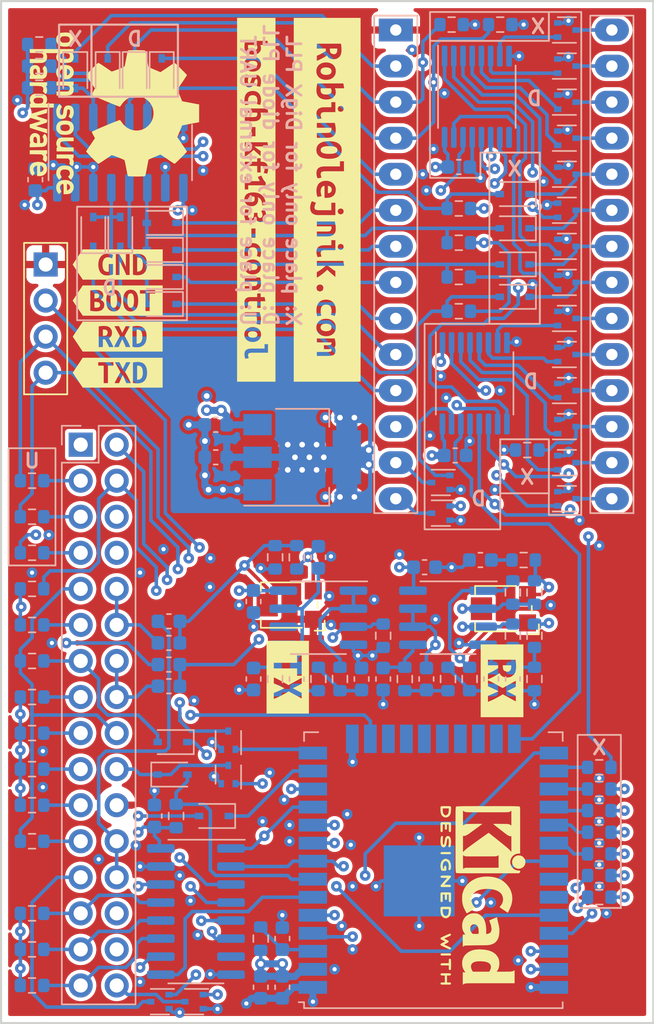
<source format=kicad_pcb>
(kicad_pcb (version 20211014) (generator pcbnew)
  (title_block (title "Bosch KF163 control") (date "2022-01-21") (rev "1") (company "Robin Olejnik") (comment 2 "License: MIT") (comment 3 "www.robinolejnik.com") (comment 4 "https://github.com/robinolejnik/bosch-kf163-control"))
  (layers (0 "F.Cu" power) (1 "In1.Cu" mixed) (2 "In2.Cu" power) (31 "B.Cu" mixed) (34 "B.Paste" user) (35 "F.Paste" user) (36 "B.SilkS" user "B.Silkscreen") (37 "F.SilkS" user "F.Silkscreen") (38 "B.Mask" user) (39 "F.Mask" user) (44 "Edge.Cuts" user))
  (net 0 "")
  (net 1 "GND")
  (net 2 "+3V3")
  (net 3 "PTT_OUT")
  (net 4 "MUTE")
  (net 5 "SQL_OUT")
  (net 6 "/SQUELCH")
  (net 7 "LED")
  (net 8 "/LED_GN")
  (net 9 "B01")
  (net 10 "B09")
  (net 11 "B02")
  (net 12 "B10")
  (net 13 "B03")
  (net 14 "B11")
  (net 15 "B04")
  (net 16 "B12")
  (net 17 "B05")
  (net 18 "B13")
  (net 19 "B06")
  (net 20 "B14")
  (net 21 "B07")
  (net 22 "B15")
  (net 23 "B08")
  (net 24 "B16")
  (net 25 "LATCH")
  (net 26 "CLK")
  (net 27 "/B")
  (net 28 "/C")
  (net 29 "/D")
  (net 30 "/HUP")
  (net 31 "/CALL1")
  (net 32 "/CALL2")
  (net 33 "/DEL")
  (net 34 "/A")
  (net 35 "DigX_MA1")
  (net 36 "DigX_MA0")
  (net 37 "SQL_SENSE")
  (net 38 "PTT_SENSE")
  (net 39 "ADC1")
  (net 40 "DAC1")
  (net 41 "MISO")
  (net 42 "BOOT")
  (net 43 "DigX_D0")
  (net 44 "DigX_D1")
  (net 45 "DigX_D2")
  (net 46 "DigX_D3")
  (net 47 "DigX_DIV")
  (net 48 "RXD")
  (net 49 "TXD")
  (net 50 "Net-(D203-Pad2)")
  (net 51 "Net-(D202-Pad2)")
  (net 52 "Net-(D201-Pad2)")
  (net 53 "Net-(D102-Pad1)")
  (net 54 "Net-(R301-Pad1)")
  (net 55 "Net-(C304-Pad1)")
  (net 56 "Net-(C303-Pad2)")
  (net 57 "Net-(R305-Pad1)")
  (net 58 "Net-(C309-Pad2)")
  (net 59 "Net-(C310-Pad1)")
  (net 60 "Net-(C308-Pad1)")
  (net 61 "Net-(C312-Pad2)")
  (net 62 "Net-(D201-Pad1)")
  (net 63 "Net-(D202-Pad1)")
  (net 64 "Net-(D203-Pad1)")
  (net 65 "Net-(D205-Pad1)")
  (net 66 "Net-(D206-Pad1)")
  (net 67 "Net-(D209-Pad1)")
  (net 68 "RX_NF")
  (net 69 "VDC")
  (net 70 "+8V")
  (net 71 "Net-(D103-Pad1)")
  (net 72 "ONOFF")
  (net 73 "MIC")
  (net 74 "St2")
  (net 75 "St1")
  (net 77 "Net-(D205-Pad2)")
  (net 78 "Net-(D206-Pad2)")
  (net 80 "Net-(D204-Pad2)")
  (net 81 "Net-(C106-Pad1)")
  (net 82 "Net-(D204-Pad1)")
  (net 92 "TX_FLAT")
  (net 93 "MISO_PLL")
  (net 96 "Net-(U201-Pad9)")
  (net 97 "RX_FLAT")
  (net 98 "MOSI")
  (net 99 "A16")
  (net 100 "A15")
  (net 101 "A14")
  (net 102 "A13")
  (net 103 "A12")
  (net 104 "A11")
  (net 105 "A10")
  (net 106 "A09")
  (net 107 "A08")
  (net 108 "A07")
  (net 109 "A06")
  (net 110 "A05")
  (net 111 "A04")
  (net 112 "A03")
  (net 113 "A02")
  (net 114 "A01")
  (net 116 "Net-(D212-Pad1)")
  (net 117 "Net-(D211-Pad1)")
  (net 118 "Net-(D210-Pad1)")
  (net 119 "Net-(D212-Pad2)")
  (net 120 "TX_NF")
  (net 121 "Net-(J101-Pad3)")
  (net 122 "Net-(J101-Pad5)")
  (net 123 "Net-(J101-Pad7)")
  (net 124 "Net-(C302-Pad1)")
  (net 125 "Net-(C303-Pad1)")
  (net 126 "Net-(C306-Pad1)")
  (net 127 "Net-(C307-Pad1)")
  (net 128 "Net-(D101-Pad1)")
  (net 129 "Net-(J101-Pad32)")
  (net 130 "Net-(C314-Pad1)")
  (net 131 "Net-(C315-Pad1)")
  (net 132 "Net-(R312-Pad2)")
  (net 133 "Net-(R314-Pad1)")
  (footprint "kibuzzard-61EB122B" (layer "F.Cu") (at 97.225 90.18)
    (fp_text reference "kibuzzard-61EB122B" hide)
    (fp_text value "G***" hide)
  )
  (footprint "kibuzzard-61EB123A" (layer "F.Cu") (at 97.225 85.1)
    (fp_text reference "kibuzzard-61EB123A" hide)
    (fp_text value "G***" hide)
  )
  (footprint "Symbol:OSHW-Logo_11.4x12mm_SilkScreen" (layer "F.Cu") (at 97 71.897 -90)
    (fp_text reference "REF**" hide)
    (fp_text value "OSHW-Logo_11.4x12mm_SilkScreen" hide)
  )
  (footprint "Symbol:KiCad-Logo2_5mm_SilkScreen" (layer "F.Cu") (at 123 127 -90)
    (fp_text reference "REF**" hide)
    (fp_text value "KiCad-Logo2_5mm_SilkScreen" hide)
  )
  (footprint "kibuzzard-61EB14A1" (layer "F.Cu") (at 107 78 -90)
    (fp_text reference "kibuzzard-61EB14A1" hide)
    (fp_text value "G***" hide)
  )
  (footprint "kibuzzard-61EB1233" (layer "F.Cu") (at 97.225 82.56)
    (fp_text reference "kibuzzard-61EB1233" hide)
    (fp_text value "G***" hide)
  )
  (footprint "kibuzzard-61EB1225" (layer "F.Cu") (at 97.225 87.64)
    (fp_text reference "kibuzzard-61EB1225" hide)
    (fp_text value "G***" hide)
  )
  (footprint "kibuzzard-61EB12C7" (layer "F.Cu") (at 109.22 111.633 -90)
    (fp_text reference "kibuzzard-61EB12C7" hide)
    (fp_text value "G***" hide)
  )
  (footprint "Potentiometer_SMD:Potentiometer_Bourns_TC33X_Vertical" (layer "F.Cu") (at 109.22 106.553 180)
    (fp_text reference "RV301" hide)
    (fp_text value "50k" hide)
  )
  (footprint "Potentiometer_SMD:Potentiometer_Bourns_TC33X_Vertical" (layer "F.Cu") (at 124.333 106.807 180)
    (fp_text reference "RV302" hide)
    (fp_text value "50k" hide)
  )
  (footprint "kibuzzard-61EB1504" (layer "F.Cu") (at 112 78 -90)
    (fp_text reference "kibuzzard-61EB1504" hide)
    (fp_text value "G***" hide)
  )
  (footprint "kibuzzard-61EB12DB" (layer "F.Cu") (at 124.333 111.887 -90)
    (fp_text reference "kibuzzard-61EB12DB" hide)
    (fp_text value "G***" hide)
  )
  (footprint "Connector_PinHeader_2.54mm:PinHeader_1x04_P2.54mm_Vertical" (layer "F.Cu") (at 92.145 82.56)
    (fp_text reference "J102" hide)
    (fp_text value "PROG" hide)
  )
  (footprint "Capacitor_SMD:C_0603_1608Metric" (layer "B.Cu") (at 106.807 111.76 -90)
    (fp_text reference "C304" hide)
    (fp_text value "1n C0G" hide)
  )
  (footprint "Resistor_SMD:R_0603_1608Metric" (layer "B.Cu") (at 117.475 111.76 90)
    (fp_text reference "R307" hide)
    (fp_text value "4.7k" hide)
  )
  (footprint "Resistor_SMD:R_0603_1608Metric" (layer "B.Cu") (at 131.191 121.031 180)
    (fp_text reference "R212" hide)
    (fp_text value "0" hide)
  )
  (footprint "Package_TO_SOT_SMD:SOT-523" (layer "B.Cu") (at 128.905 78.74)
    (fp_text reference "Q206" hide)
    (fp_text value "DTC143ZE" hide)
  )
  (footprint "Connector_PinSocket_2.54mm:PinSocket_2x16_P2.54mm_Vertical" (layer "B.Cu") (at 94.615 95.25 180)
    (fp_text reference "J101" hide)
    (fp_text value "TGA" hide)
  )
  (footprint "Package_TO_SOT_SMD:SOT-523" (layer "B.Cu") (at 120.015 100.076 180)
    (fp_text reference "Q203" hide)
    (fp_text value "DTC143ZE" hide)
  )
  (footprint "Package_TO_SOT_SMD:SOT-523" (layer "B.Cu") (at 128.905 73.66)
    (fp_text reference "Q210" hide)
    (fp_text value "DTC143ZE" hide)
  )
  (footprint "Package_TO_SOT_SMD:SOT-523" (layer "B.Cu") (at 128.905 86.36)
    (fp_text reference "Q215" hide)
    (fp_text value "DTC143ZE" hide)
  )
  (footprint "Diode_SMD:D_SOD-323" (layer "B.Cu") (at 97.409 80.264 90)
    (fp_text reference "D209" hide)
    (fp_text value "SD103AWS" hide)
  )
  (footprint "Resistor_SMD:R_0603_1608Metric" (layer "B.Cu") (at 131.191 125.603 180)
    (fp_text reference "R209" hide)
    (fp_text value "0" hide)
  )
  (footprint "Diode_SMD:D_SOD-323" (layer "B.Cu") (at 94.234 69.088 -90)
    (fp_text reference "D206" hide)
    (fp_text value "SD103AWS" hide)
  )
  (footprint "Resistor_SMD:R_0603_1608Metric" (layer "B.Cu") (at 91.186 120.65)
    (fp_text reference "R107" hide)
    (fp_text value "4.7k" hide)
  )
  (footprint "Resistor_SMD:R_0603_1608Metric" (layer "B.Cu") (at 91.186 113.03)
    (fp_text reference "R104" hide)
    (fp_text value "4.7k" hide)
  )
  (footprint "Resistor_SMD:R_0603_1608Metric" (layer "B.Cu") (at 91.186 115.57)
    (fp_text reference "R105" hide)
    (fp_text value "4.7k" hide)
  )
  (footprint "Resistor_SMD:R_0603_1608Metric" (layer "B.Cu") (at 121.285 83.439 180)
    (fp_text reference "R202" hide)
    (fp_text value "4.7k" hide)
  )
  (footprint "Resistor_SMD:R_0603_1608Metric" (layer "B.Cu") (at 122.047 111.76 -90)
    (fp_text reference "R305" hide)
    (fp_text value "5.1k" hide)
  )
  (footprint "Resistor_SMD:R_0603_1608Metric" (layer "B.Cu") (at 126.111 95.631 180)
    (fp_text reference "R217" hide)
    (fp_text value "0" hide)
  )
  (footprint "Package_TO_SOT_SMD:SOT-523" (layer "B.Cu") (at 128.905 81.28)
    (fp_text reference "Q204" hide)
    (fp_text value "DTC143ZE" hide)
  )
  (footprint "Capacitor_SMD:C_0603_1608Metric" (layer "B.Cu") (at 123.571 111.76 90)
    (fp_text reference "C306" hide)
    (fp_text value "10n C0G" hide)
  )
  (footprint "Diode_SMD:D_SOD-323" (layer "B.Cu") (at 96.52 69.088 -90)
    (fp_text reference "D205" hide)
    (fp_text value "SD103AWS" hide)
  )
  (footprint "Diode_SMD:D_SOD-323" (layer "B.Cu") (at 100.33 69.088 -90)
    (fp_text reference "D204" hide)
    (fp_text value "SD103AWS" hide)
  )
  (footprint "Resistor_SMD:R_0603_1608Metric" (layer "B.Cu") (at 131.191 124.079 180)
    (fp_text reference "R214" hide)
    (fp_text value "0" hide)
  )
  (footprint "Capacitor_SMD:C_0603_1608Metric" (layer "B.Cu") (at 114.427 111.76 90)
    (fp_text reference "C302" hide)
    (fp_text value "10n C0G" hide)
  )
  (footprint "Package_TO_SOT_SMD:SOT-223-3_TabPin2" (layer "B.Cu") (at 110.236 96.139)
    (fp_text reference "U102" hide)
    (fp_text value "AMS1117-3.3" hide)
  )
  (footprint "Resistor_SMD:R_0603_1608Metric" (layer "B.Cu") (at 91.186 130.81)
    (fp_text reference "R109" hide)
    (fp_text value "4.7k" hide)
  )
  (footprint "Package_TO_SOT_SMD:SOT-523" (layer "B.Cu") (at 128.905 76.2)
    (fp_text reference "Q208" hide)
    (fp_text value "DTC143ZE" hide)
  )
  (footprint "Resistor_SMD:R_0603_1608Metric" (layer "B.Cu") (at 126.619 111.76 90)
    (fp_text reference "R313" hide)
    (fp_text value "4.7k" hide)
  )
  (footprint "Package_TO_SOT_SMD:SOT-523" (layer "B.Cu") (at 102.616 134.493 180)
    (fp_text reference "Q102" hide)
    (fp_text value "DTC143ZE" hide)
  )
  (footprint "Capacitor_SMD:C_0603_1608Metric" (layer "B.Cu") (at 99.822 121.412 -90)
    (fp_text reference "C101" hide)
    (fp_text value "100n" hide)
  )
  (footprint "Capacitor_SMD:C_0603_1608Metric" (layer "B.Cu") (at 106.807 106.299 -90)
    (fp_text reference "C301" hide)
    (fp_text value "100n" hide)
  )
  (footprint "Package_TO_SOT_SMD:SOT-523" (layer "B.Cu") (at 105.029 116.07 90)
    (fp_text reference "Q103" hide)
    (fp_text value "DTC143ZE" hide)
  )
  (footprint "Resistor_SMD:R_0603_1608Metric" (layer "B.Cu") (at 126.619 108.712 90)
    (fp_text reference "R310" hide)
    (fp_text value "4.7k" hide)
  )
  (footprint "Capacitor_SMD:C_0603_1608Metric" (layer "B.Cu") (at 121.285 75.692 180)
    (fp_text reference "C203" hide)
    (fp_text value "100n" hide)
  )
  (footprint "Capacitor_SMD:C_0603_1608Metric" (layer "B.Cu") (at 100.838 107.696 180)
    (fp_text reference "C311" hide)
    (fp_text value "10u" hide)
  )
  (footprint "Resistor_SMD:R_0603_1608Metric" (layer "B.Cu") (at 107.315 130.048 90)
    (fp_text reference "R114" hide)
    (fp_text value "4.7k" hide)
  )
  (footprint "Package_DIP:DIP-28_W15.24mm_Socket_LongPads" (layer "B.Cu") (at 132.08 66.04 180)
    (fp_text reference "J201" hide)
    (fp_text value "S353/CDP18U42P" hide)
  )
  (footprint "Resistor_SMD:R_0603_1608Metric" (layer "B.Cu") (at 91.186 128.27)
    (fp_text reference "R108" hide)
    (fp_text value "4.7k" hide)
  )
  (footprint "Diode_SMD:D_SOD-323" (layer "B.Cu") (at 125.222 84.836 180)
    (fp_text reference "D214" hide)
    (fp_text value "SD103AWS" hide)
  )
  (footprint "Capacitor_SMD:C_0603_1608Metric" (layer "B.Cu") (at 109.855 111.76 90)
    (fp_text reference "C303" hide)
    (fp_text value "39n" hide)
  )
  (footprint "Resistor_SMD:R_0603_1608Metric" (layer "B.Cu") (at 91.186 97.79 180)
    (fp_text reference "R117" hide)
    (fp_text value "0" hide)
  )
  (footprint "Diode_SMD:D_SOD-323" (layer "B.Cu") (at 100.33 85.344 180)
    (fp_text reference "D202" hide)
    (fp_text value "SD103AWS" hide)
  )
  (footprint "Resistor_SMD:R_0603_1608Metric" (layer "B.Cu") (at 131.191 122.555 180)
    (fp_text reference "R213" hide)
    (fp_text value "0" hide)
  )
  (footprint "Package_SO:SOIC-16_3.9x9.9mm_P1.27mm" (layer "B.Cu") (at 97.409 74.676 -90)
    (fp_text reference "U202" hide)
    (fp_text value "74HC165D" hide)
  )
  (footprint "Capacitor_SMD:C_0603_1608Metric" (layer "B.Cu") (at 118.872 103.886)
    (fp_text reference "C305" hide)
    (fp_text value "100n" hide)
  )
  (footprint "Capacitor_SMD:C_0603_1608Metric" (layer "B.Cu") (at 111.379 103.1875 90)
    (fp_text reference "C309" hide)
    (fp_text value "10u" hide)
  )
  (footprint "Capacitor_SMD:C_0603_1608Metric" (layer "B.Cu") (at 118.999 111.76 90)
    (fp_text reference "C307" hide)
    (fp_text value "39n" hide)
  )
  (footprint "Diode_SMD:D_SOD-323" (layer "B.Cu") (at 125.222 77.597 180)
    (fp_text reference "D207" hide)
    (fp_text value "SD103AWS" hide)
  )
  (footprint "Package_TO_SOT_SMD:SOT-523" (layer "B.Cu") (at 120.015 97.917 180)
    (fp_text reference "Q201" hide)
    (fp_text value "DTC143ZE" hide)
  )
  (footprint "Resistor_SMD:R_0603_1608Metric" (layer "B.Cu") (at 108.331 103.1875 90)
    (fp_text reference "R309" hide)
    (fp_text value "TBD" hide)
  )
  (footprint "Capacitor_SMD:C_0603_1608Metric" (layer "B.Cu") (at 91.413 76.581 -90)
    (fp_text reference "C201" hide)
    (fp_text value "100n" hide)
  )
  (footprint "Resistor_SMD:R_0603_1608Metric" (layer "B.Cu") (at 121.285 81.026 180)
    (fp_text reference "R203" hide)
    (fp_text value "4.7k" hide)
  )
  (footprint "Package_TO_SOT_SMD:SOT-523" (layer "B.Cu") (at 128.905 93.98)
    (fp_text reference "Q209" hide)
    (fp_text value "DTC143ZE" hide)
  )
  (footprint "Resistor_SMD:R_0603_1608Metric" (layer "B.Cu") (at 120.777 65.659)
    (fp_text reference "R215" hide)
    (fp_text value "82k" hide)
  )
  (footprint "Diode_SMD:D_SOD-323" (layer "B.Cu") (at 100.33 81.534 180)
    (fp_text reference "D203" hide)
    (fp_text value "SD103AWS" hide)
  )
  (footprint "Resistor_SMD:R_0603_1608Metric" (layer "B.Cu") (at 131.191 127.127 180)
    (fp_text reference "R208" hide)
    (fp_text value "0" hide)
  )
  (footprint "Capacitor_SMD:C_0603_1608Metric" (layer "B.Cu") (at 108.839 130.048 90)
    (fp_text reference "C106" hide)
    (fp_text value "100n" hide)
  )
  (footprint "Capacitor_SMD:C_0603_1608Metric" (layer "B.Cu") (at 100.838 109.22 180)
    (fp_text reference "C310" hide)
    (fp_text value "10u" hide)
  )
  (footprint "Capacitor_SMD:C_0603_1608Metric" (layer "B.Cu") (at 121.031 96.012 180)
    (fp_text reference "C202" hide)
    (fp_text value "100n" hide)
  )
  (footprint "Capacitor_SMD:C_0603_1608Metric" (layer "B.Cu") (at 107.315 133.477 -90)
    (fp_text reference "C102" hide)
    (fp_text value "10u" hide)
  )
  (footprint "Capacitor_SMD:C_0603_1608Metric" (layer "B.Cu") (at 122.809 103.378 180)
    (fp_text reference "C315" hide)
    (fp_text value "10u" hide)
  )
  (footprint "Resistor_SMD:R_0603_1608Metric" (layer "B.Cu") (at 91.186 102.87 180)
    (fp_text reference "R115" hide)
    (fp_text value "0" hide)
  )
  (footprint "Resistor_SMD:R_0603_1608Metric" (layer "B.Cu") (at 115.951 108.712 90)
    (fp_text reference "R304" hide)
    (fp_text value "4.7k" hide)
  )
  (footprint "Resistor_SMD:R_0603_1608Metric" (layer "B.Cu") (at 91.694 70.104)
    (fp_text reference "R206" hide)
    (fp_text value "4.7k" hide)
  )
  (footprint "Package_TO_SOT_SMD:SOT-523" (layer "B.Cu") (at 128.905 71.12)
    (fp_text reference "Q212" hide)
    (fp_text value "DTC143ZE" hide)
  )
  (footprint "Resistor_SMD:R_0603_1608Metric" (layer "B.Cu") (at 125.095 105.664 90)
    (fp_text reference "R314" hide)
    (fp_text value "TBD" hide)
  )
  (footprint "Resistor_SMD:R_0603_1608Metric" (layer "B.Cu") (at 124.206 65.659)
    (fp_text reference "R216" hide)
    (fp_text value "82k" hide)
  )
  (footprint "Capacitor_SMD:C_0603_1608Metric" (layer "B.Cu") (at 104.14 96.139 180)
    (fp_text reference "C105" hide)
    (fp_text value "10u" hide)
  )
  (footprint "Capacitor_SMD:C_0603_1608Metric" (layer "B.Cu") (at 100.838 112.268)
    (fp_text reference "C312" hide)
    (fp_text value "10u" hide)
  )
  (footprint "Resistor_SMD:R_0603_1608Metric" (layer "B.Cu") (at 91.186 100.33 180)
    (fp_text reference "R116" hide)
    (fp_text value "0" hide)
  )
  (footprint "Package_SO:SOIC-8_3.9x4.9mm_P1.27mm" (layer "B.Cu") (at 120.523 107.442 180)
    (fp_text reference "U302" hide)
    (fp_text value "RS8752XK" hide)
  )
  (footprint "RF_Module:ESP32-WROOM-32U" (layer "B.Cu") (at 119.491 125.229)
    (fp_text reference "U103" hide)
    (fp_text value "ESP32-WROOM-32U" hide)
  )
  (footprint "Resistor_SMD:R_0603_1608Metric" (layer "B.Cu") (at 91.694 67.056)
    (fp_text reference "R204" hide)
    (fp_text value "4.7k" hide)
  )
  (footprint "Capacitor_SMD:C_0603_1608Metric" (layer "B.Cu") (at 125.095 111.76 -90)
    (fp_text reference "C314" hide)
    (fp_text value "10u" hide)
  )
  (footprint "Package_TO_SOT_SMD:SOT-523" (layer "B.Cu") (at 128.905 83.82)
    (fp_text reference "Q202" hide)
    (fp_text value "DTC143ZE" hide)
  )
  (footprint "Diode_SMD:D_SOD-323" (layer "B.Cu") (at 100.33 79.629 180)
    (fp_text reference "D211" hide)
    (fp_text value "SD103AWS" hide)
  )
  (footprint "Package_TO_SOT_SMD:SOT-523" (layer "B.Cu") (at 100.203 134.493 180)
    (fp_text reference "Q104" hide)
    (fp_text value "DTC143ZE" hide)
  )
  (footprint "Diode_SMD:D_SOD-323" (layer "B.Cu") (at 101.092 118.491)
    (fp_text reference "D101" hide)
    (fp_text value "SD103AWS" hide)
  )
  (footprint "Resistor_SMD:R_0603_1608Metric" (layer "B.Cu") (at 91.186 118.11)
    (fp_text reference "R106" hide)
    (fp_text value "4.7k" hide)
  )
  (footprint "Diode_SMD:D_SOD-323" (layer "B.Cu") (at 95.504 80.264 90)
    (fp_text reference "D201" hide)
    (fp_text value "SD103AWS" hide)
  )
  (footprint "Resistor_SMD:R_0603_1608Metric" (layer "B.Cu") (at 108.331 111.76 90)
    (fp_text reference "R303" hide)
    (fp_text value "4.7k" hide)
  )
  (footprint "Resistor_SMD:R_0603_1608Metric" (layer "B.Cu") (at 91.186 133.35)
    (fp_text reference "R110" hide)
    (fp_text value "4.7k" hide)
  )
  (footprint "Resistor_SMD:R_0603_1608Metric" (layer "B.Cu") (at 131.191 119.507 180)
    (fp_text reference "R211" hide)
    (fp_text value "0" hide)
  )
  (footprint "Diode_SMD:D_SOD-323" (layer "B.Cu") (at 125.222 82.55 180)
    (fp_text reference "D208" hide)
    (fp_text value "SD103AWS" hide)
  )
  (footprint "Resistor_SMD:R_0603_1608Metric" (layer "B.Cu") (at 91.694 68.58)
    (fp_text reference "R205" hide)
    (fp_text value "4.7k" hide)
  )
  (footprint "Package_TO_SOT_SMD:SOT-523" (layer "B.Cu") (at 128.905 88.9)
    (fp_text reference "Q213" hide)
    (fp_text value "DTC143ZE" hide)
  )
  (footprint "Resistor_SMD:R_0603_1608Metric" (layer "B.Cu") (at 101.346 121.412 90)
    (fp_text reference "R111" hide)
    (fp_text value "4.7k" hide)
  )
  (footprint "Package_TO_SOT_SMD:SOT-523" (layer "B.Cu") (at 128.905 66.04)
    (fp_text reference "Q216" hide)
    (fp_text value "DTC143ZE" hide)
  )
  (footprint "Package_TO_SOT_SMD:SOT-523" (layer "B.Cu") (at 105.029 118.491 90)
    (fp_text reference "Q101" hide)
    (fp_text value "DTC143ZE" hide)
  )
  (footprint "Capacitor_SMD:C_0603_1608Metric" (layer "B.Cu") (at 104.14 93.853 180)
    (fp_text reference "C104" hide)
    (fp_text value "10u" hide)
  )
  (footprint "Resistor_SMD:R_0603_1608Metric" (layer "B.Cu") (at 120.523 111.76 -90)
    (fp_text reference "R306" hide)
    (fp_text value "4.7k" hide)
  )
  (footprint "Resistor_SMD:R_0603_1608Metric" (layer "B.Cu") (at 91.186 110.49)
    (fp_text reference "R102" hide)
    (fp_text value "4.7k" hide)
  )
  (footprint "Capacitor_SMD:C_0603_1608Metric" (layer "B.Cu") (at 108.839 133.477 -90)
    (fp_text reference "C103" hide)
    (fp_text value "100n" hide)
  )
  (footprint "Diode_SMD:D_SOD-323" (layer "B.Cu") (at 100.33 83.439 180)
    (fp_text reference "D210" hide)
    (fp_text value "SD103AWS" hide)
  )
  (footprint "Package_SO:SOIC-8_3.9x4.9mm_P1.27mm" (layer "B.Cu") (at 111.379 107.442 180)
    (fp_text reference "U301" hide)
    (fp_text value "RS8752XK" hide)
  )
  (footprint "Resistor_SMD:R_0603_1608Metric" (layer "B.Cu") (at 125.857 103.378)
    (fp_text reference "R312" hide)
    (fp_text value "4.7k" hide)
  )
  (footprint "Capacitor_SMD:C_0603_1608Metric" (layer "B.Cu") (at 115.951 111.76 -90)
    (fp_text reference "C308" hide)
    (fp_text value "1n C0G" hide)
  )
  (footprint "Capacitor_SMD:C_0603_1608Metric" (layer "B.Cu") (at 100.838 110.744)
    (fp_text reference "C313" hide)
    (fp_text value "10u" hide)
  )
  (footprint "Package_SO:TSSOP-16_4.4x5mm_P0.65mm" (layer "B.Cu") (at 122.555 70.739 -90)
    (fp_text reference "U203" hide)
    (fp_text value "74HC595PW" hide)
  )
  (footprint "Resistor_SMD:R_0603_1608Metric" (layer "B.Cu") (at 91.186 123.19)
    (fp_text reference "R101" hide)
    (fp_text value "4.7k" hide)
  )
  (footprint "Resistor_SMD:R_0603_1608Metric" (layer "B.Cu") (at 131.191 117.983 180)
    (fp_text reference "R210" hide)
    (fp_text value "0" hide)
  )
  (footprint "Resistor_SMD:R_0603_1608Metric" (layer "B.Cu") (at 109.855 103.1875 -90)
    (fp_text reference "R308" hide)
    (fp_text value "TBD" hide)
  )
  (footprint "Diode_SMD:D_SOD-323" (layer "B.Cu") (at 98.425 69.088 -90)
    (fp_text reference "D212" hide)
    (fp_text value "SD103AWS" hide)
  )
  (footprint "Package_SO:SOIC-16_3.9x9.9mm_P1.27mm" (layer "B.Cu") (at 102.743 128.143 180)
    (fp_text reference "U101" hide)
    (fp_text value "74HC165D" hide)
  )
  (footprint "Diode_SMD:D_SOD-323" (layer "B.Cu") (at 104.013 121.412 180)
    (fp_text reference "D102" hide)
    (fp_text value "SD103AWS" hide)
  )
  (footprint "Package_TO_SOT_SMD:SOT-523" (layer "B.Cu") (at 128.905 91.44)
    (fp_text reference "Q211" hide)
    (fp_text value "DTC143ZE" hide)
  )
  (footprint "Resistor_SMD:R_0603_1608Metric" (layer "B.Cu") (at 112.903 111.76 -90)
    (fp_text reference "R301" hide)
    (fp_text value "5.1k" hide)
  )
  (footprint "Diode_SMD:D_SOD-323" (layer "B.Cu") (at 101.092 116.205 180)
    (fp_text reference "D103" hide)
    (fp_text value "SD103AWS" hide)
  )
  (footprint "Package_SO:TSSOP-16_4.4x5mm_P0.65mm" (layer "B.Cu") (at 122.402 90.932 -90)
    (fp_text reference "U201" hide)
    (fp_text value "74HC595PW" hide)
  )
  (footprint "Resistor_SMD:R_0603_1608Metric" (layer "B.Cu") (at 111.379 111.76 -90)
    (fp_text reference "R302" hide)
    (fp_text value "4.7k" hide)
  )
  (footprint "Package_TO_SOT_SMD:SOT-523" (layer "B.Cu") (at 128.905 99.06)
    (fp_text reference "Q205" hide)
    (fp_text value "DTC143ZE" hide)
  )
  (footprint "Resistor_SMD:R_0603_1608Metric" (layer "B.Cu") (at 121.285 78.613 180)
    (fp_text reference "R207" hide)
    (fp_text value "4.7k" hide)
  )
  (footprint "Resistor_SMD:R_0603_1608Metric" (layer "B.Cu") (at 91.186 107.95)
    (fp_text reference "R103" hide)
    (fp_text value "4.7k" hide)
  )
  (footprint "Package_TO_SOT_SMD:SOT-523" (layer "B.Cu") (at 128.905 68.58)
    (fp_text reference "Q214" hide)
    (fp_text value "DTC143ZE" hide)
  )
  (footprint "Resistor_SMD:R_0603_1608Metric" (layer "B.Cu") (at 126.619 105.664 -90)
    (fp_text reference "R315" hide)
    (fp_text value "TBD" hide)
  )
  (footprint "Diode_SMD:D_SOD-323" (layer "B.Cu") (at 125.222 80.01 180)
    (fp_text reference "D213" hide)
    (fp_text value "SD103AWS" hide)
  )
  (footprint "Resistor_SMD:R_0603_1608Metric" (layer "B.Cu") (at 91.186 105.41)
    (fp_text reference "R112" hide)
    (fp_text value "4.7k" hide)
  )
  (footprint "Resistor_SMD:R_0603_1608Metric" (layer "B.Cu") (at 121.285 85.852 180)
    (fp_text reference "R201" hide)
    (fp_text value "4.7k" hide)
  )
  (footprint "Package_TO_SOT_SMD:SOT-523" (layer "B.Cu") (at 128.905 96.52)
    (fp_text reference "Q207" hide)
    (fp_text value "DTC143ZE" hide)
  )
  (footprint "Resistor_SMD:R_0603_1608Metric" (layer "B.Cu") (at 125.095 108.712 90)
    (fp_text reference "R311" hide)
    (fp_text value "4.7k" hide)
  )
  (gr_poly (pts (xy 95.377 70.739) (xy 93.091 70.739) (xy 93.091 65.659) (xy 95.377 65.659)) (layer "B.SilkS") (width 0.15) (fill none))
  (gr_poly (pts (xy 102.108 86.487) (xy 94.361 86.487) (xy 94.361 80.899) (xy 94.361 80.899) (xy 94.361 78.486) (xy 102.108 78.486)) (layer "B.SilkS") (width 0.127) (fill none))
  (gr_poly (pts (xy 92.837 103.759) (xy 89.535 103.759) (xy 89.535 95.504) (xy 92.837 95.504)) (layer "B.SilkS") (width 0.127) (fill none))
  (gr_poly (pts (xy 101.473 65.659) (xy 101.473 70.739) (xy 95.377 70.739) (xy 95.377 65.659)) (layer "B.SilkS") (width 0.15) (fill none))
  (gr_poly (pts (xy 132.715 127.889) (xy 129.667 127.889) (xy 129.667 115.697) (xy 132.715 115.697)) (layer "B.SilkS") (width 0.127) (fill none))
  (gr_poly (pts (xy 129.921 100.203) (xy 127.635 100.203) (xy 127.635 94.869) (xy 124.206 94.869) (xy 124.206 101.219) (xy 118.872 101.219) (xy 118.872 86.741) (xy 127 86.741) (xy 127 74.676) (xy 122.809 74.676) (xy 122.809 76.454) (xy 119.253 76.454) (xy 119.253 66.802) (xy 127.635 66.802) (xy 127.635 64.77) (xy 129.921 64.77)) (layer "B.SilkS") (width 0.127) (fill none))
  (gr_poly (pts (xy 127.635 66.802) (xy 119.253 66.802) (xy 119.253 64.77) (xy 127.635 64.77)) (layer "B.SilkS") (width 0.127) (fill none))
  (gr_poly (pts (xy 127 86.741) (xy 123.444 86.741) (xy 123.444 84.582) (xy 123.444 74.676) (xy 127 74.676)) (layer "B.SilkS") (width 0.127) (fill none))
  (gr_poly (pts (xy 127.635 98.679) (xy 124.206 98.679) (xy 124.206 94.869) (xy 127.635 94.869)) (layer "B.SilkS") (width 0.127) (fill none))
  (gr_line (start 135 135) (end 135 136) (layer "Edge.Cuts") (width 0.15))
  (gr_line (start 92 64) (end 134 64) (layer "Edge.Cuts") (width 0.15))
  (gr_line (start 135 104) (end 135 125) (layer "Edge.Cuts") (width 0.15))
  (gr_line (start 135 136) (end 92 136) (layer "Edge.Cuts") (width 0.15))
  (gr_line (start 135 125) (end 135 135) (layer "Edge.Cuts") (width 0.15))
  (gr_line (start 135 64) (end 135 104) (layer "Edge.Cuts") (width 0.15))
  (gr_line (start 92 64) (end 89 64) (layer "Edge.Cuts") (width 0.15))
  (gr_line (start 134 64) (end 135 64) (layer "Edge.Cuts") (width 0.15))
  (gr_line (start 89 64) (end 89 136) (layer "Edge.Cuts") (width 0.15))
  (gr_line (start 89 136) (end 92 136) (layer "Edge.Cuts") (width 0.15))
  (gr_text "D" (at 122.682 99.06) (layer "B.SilkS") (effects (font (size 1 1) (thickness 0.2)) (justify mirror)))
  (gr_text "D" (at 96.647 84.201) (layer "B.SilkS") (effects (font (size 1 1) (thickness 0.2)) (justify mirror)))
  (gr_text "D" (at 126.365 90.805) (layer "B.SilkS") (effects (font (size 1 1) (thickness 0.2)) (justify mirror)))
  (gr_text "X" (at 94.234 66.675) (layer "B.SilkS") (effects (font (size 1 1) (thickness 0.2)) (justify mirror)))
  (gr_text "X" (at 126.111 97.536) (layer "B.SilkS") (effects (font (size 1 1) (thickness 0.2)) (justify mirror)))
  (gr_text "D" (at 126.619 70.866) (layer "B.SilkS") (effects (font (size 1 1) (thickness 0.2)) (justify mirror)))
  (gr_text "X" (at 126.873 65.786) (layer "B.SilkS") (effects (font (size 1 1) (thickness 0.2)) (justify mirror)))
  (gr_text "X" (at 125.222 75.819) (layer "B.SilkS") (effects (font (size 1 1) (thickness 0.2)) (justify mirror)))
  (gr_text "U" (at 91.186 96.393) (layer "B.SilkS") (effects (font (size 1 1) (thickness 0.2)) (justify mirror)))
  (gr_text "D" (at 98.425 66.675) (layer "B.SilkS") (effects (font (size 1 1) (thickness 0.2)) (justify mirror)))
  (gr_text "X" (at 131.191 116.586) (layer "B.SilkS") (effects (font (size 1 1) (thickness 0.2)) (justify mirror)))
  (gr_text "X: place only for DigX PLL\nD: place only for diode PLL\nU: place for external UART" (at 108 87 270) (layer "B.SilkS") (effects (font (size 1 1) (thickness 0.2)) (justify left mirror)))
  (segment (start 112.146902 106.426098) (end 111.02 107.553) (width 0.25) (layer "F.Cu") (net 1))
  (segment (start 112.146902 105.918) (end 112.146902 106.426098) (width 0.25) (layer "F.Cu") (net 1))
  (via (at 90.143 70.985) (size 0.75) (drill 0.3) (layers "F.Cu" "B.Cu") (net 1))
  (via (at 103.251 75.946) (size 0.75) (drill 0.3) (layers "F.Cu" "B.Cu") (net 1))
  (via (at 125.857 65.659) (size 0.75) (drill 0.3) (layers "F.Cu" "B.Cu") (net 1))
  (via (at 129.032 98.298) (size 0.75) (drill 0.3) (layers "F.Cu" "B.Cu") (net 1))
  (via (at 101.6 125.603) (size 0.75) (drill 0.3) (layers "F.Cu" "B.Cu") (net 1))
  (via (at 121.412 100.584) (size 0.75) (drill 0.3) (layers "F.Cu" "B.Cu") (net 1))
  (via (at 103.632 98.425) (size 0.8) (drill 0.4) (layers "F.Cu" "B.Cu") (net 1))
  (via (at 129.022389 65.389103) (size 0.75) (drill 0.3) (layers "F.Cu" "B.Cu") (net 1))
  (via (at 114.173 110.109) (size 0.75) (drill 0.3) (layers "F.Cu" "B.Cu") (net 1))
  (via (at 112.146902 105.918) (size 0.75) (drill 0.3) (layers "F.Cu" "B.Cu") (net 1))
  (via (at 118.999 77.343) (size 0.75) (drill 0.3) (layers "F.Cu" "B.Cu") (net 1))
  (via (at 129.022389 75.549103) (size 0.75) (drill 0.3) (layers "F.Cu" "B.Cu") (net 1))
  (via (at 131.191 121.793) (size 0.75) (drill 0.3) (layers "F.Cu" "B.Cu") (net 1))
  (via (at 128.952847 70.519304) (size 0.75) (drill 0.3) (layers "F.Cu" "B.Cu") (net 1))
  (via (at 120.396 91.948) (size 0.75) (drill 0.3) (layers "F.Cu" "B.Cu") (net 1))
  (via (at 107.315 103.9495) (size 0.75) (drill 0.3) (layers "F.Cu" "B.Cu") (net 1))
  (via (at 104.648 98.425) (size 0.8) (drill 0.4) (layers "F.Cu" "B.Cu") (net 1))
  (via (at 123.544 127.508) (size 0.75) (drill 0.3) (layers "F.Cu" "B.Cu") (net 1))
  (via (at 113.792 117.602) (size 0.75) (drill 0.3) (layers "F.Cu" "B.Cu") (net 1))
  (via (at 121.539 125.984) (size 0.75) (drill 0.3) (layers "F.Cu" "B.Cu") (net 1))
  (via (at 126.619 113.538) (size 0.75) (drill 0.3) (layers "F.Cu" "B.Cu") (net 1))
  (via (at 115.316 106.172) (size 0.75) (drill 0.3) (layers "F.Cu" "B.Cu") (net 1))
  (via (at 112.268 103.124) (size 0.75) (drill 0.3) (layers "F.Cu" "B.Cu") (net 1))
  (via (at 129.032 93.091) (size 0.75) (drill 0.3) (layers "F.Cu" "B.Cu") (net 1))
  (via (at 118.491 129.159) (size 0.75) (drill 0.3) (layers "F.Cu" "B.Cu") (net 1))
  (via (at 90.665097 78.359) (size 0.75) (drill 0.3) (layers "F.Cu" "B.Cu") (net 1))
  (via (at 120.269 70.501464) (size 0.75) (drill 0.3) (layers "F.Cu" "B.Cu") (net 1))
  (via (at 108.839 128.397) (size 0.75) (drill 0.3) (layers "F.Cu" "B.Cu") (net 1))
  (via (at 99.822 119.634) (size 0.75) (drill 0.3) (layers "F.Cu" "B.Cu") (net 1))
  (via (at 103.732 105.275) (size 0.75) (drill 0.3) (layers "F.Cu" "B.Cu") (net 1))
  (via (at 106.299 134.62) (size 0.75) (drill 0.3) (layers "F.Cu" "B.Cu") (net 1))
  (via (at 122.809 76.454) (size 0.75) (drill 0.3) (layers "F.Cu" "B.Cu") (net 1))
  (via (at 122.428 65.659) (size 0.75) (drill 0.3) (layers "F.Cu" "B.Cu") (net 1))
  (via (at 127.508 78.359) (size 0.75) (drill 0.3) (layers "F.Cu" "B.Cu") (net 1))
  (via (at 103.505 91.821) (size 0.8) (drill 0.4) (layers "F.Cu" "B.Cu") (net 1))
  (via (at 129.032 95.758) (size 0.75) (drill 0.3) (layers "F.Cu" "B.Cu") (net 1))
  (via (at 113.665 123.444) (size 0.75) (drill 0.3) (layers "F.Cu" "B.Cu") (net 1))
  (via (at 113.411 121.285) (size 0.75) (drill 0.3) (layers "F.Cu" "B.Cu") (net 1))
  (via (at 126.365 133.477) (size 0.75) (drill 0.3) (layers "F.Cu" "B.Cu") (net 1))
  (via (at 95.504 75.692) (size 0.75) (drill 0.3) (layers "F.Cu" "B.Cu") (net 1))
  (via (at 111.887 98.933) (size 0.8) (drill 0.4) (layers "F.Cu" "B.Cu") (net 1))
  (via (at 112.267452 107.946162) (size 0.75) (drill 0.3) (layers "F.Cu" "B.Cu") (net 1))
  (via (at 117.983 67.437) (size 0.75) (drill 0.3) (layers "F.Cu" "B.Cu") (net 1))
  (via (at 131.191 124.841) (size 0.75) (drill 0.3) (layers "F.Cu" "B.Cu") (net 1))
  (via (at 128.952847 85.759304) (size 0.75) (drill 0.3) (layers "F.Cu" "B.Cu") (net 1))
  (via (at 102.87 129.794) (size 0.75) (drill 0.3) (layers "F.Cu" "B.Cu") (net 1))
  (via (at 109.347 122.047) (size 0.75) (drill 0.3) (layers "F.Cu" "B.Cu") (net 1))
  (via (at 111.887 93.345) (size 0.8) (drill 0.4) (layers "F.Cu" "B.Cu") (net 1))
  (via (at 115.951 113.538) (size 0.75) (drill 0.3) (layers "F.Cu" "B.Cu") (net 1))
  (via (at 102.362 127.381) (size 0.75) (drill 0.3) (layers "F.Cu" "B.Cu") (net 1))
  (via (at 91.948 119.38) (size 0.75) (drill 0.3) (layers "F.Cu" "B.Cu") (net 1))
  (via (at 121.412 98.425) (size 0.75) (drill 0.3) (layers "F.Cu" "B.Cu") (net 1))
  (via (at 124.206 91.44) (size 0.75) (drill 0.3) (layers "F.Cu" "B.Cu") (net 1))
  (via (at 119.64414 107.55548) (size 0.75) (drill 0.3) (layers "F.Cu" "B.Cu") (net 1))
  (via (at 121.3019 109.22) (size 0.75) (drill 0.3) (layers "F.Cu" "B.Cu") (net 1))
  (via (at 101.6 135.255) (size 0.75) (drill 0.3) (layers "F.Cu" "B.Cu") (net 1))
  (via (at 127.762 106.553) (size 0.75) (drill 0.3) (layers "F.Cu" "B.Cu") (net 1))
  (via (at 103.886 116.205) (size 0.75) (drill 0.3) (layers "F.Cu" "B.Cu") (net 1))
  (via (at 115.189 110.109) (size 0.75) (drill 0.3) (layers "F.Cu" "B.Cu") (net 1))
  (via (at 107.95 118.364) (size 0.75) (drill 0.3) (layers "F.Cu" "B.Cu") (net 1))
  (via (at 102.616 113.284) (size 0.75) (drill 0.3) (layers "F.Cu" "B.Cu") (net 1))
  (via (at 131.191 120.269) (size 0.75) (drill 0.3) (layers "F.Cu" "B.Cu") (net 1))
  (via (at 104.267 135.001) (size 0.75) (drill 0.3) (layers "F.Cu" "B.Cu") (net 1))
  (via (at 129.032 90.551) (size 0.75) (drill 0.3) (layers "F.Cu" "B.Cu") (net 1))
  (via (at 100.584 75.692) (size 0.75) (drill 0.3) (layers "F.Cu" "B.Cu") (net 1))
  (via (at 98.806 124.968) (size 0.75) (drill 0.3) (layers "F.Cu" "B.Cu") (net 1))
  (via (at 113.792 126.365) (size 0.75) (drill 0.3) (layers "F.Cu" "B.Cu") (net 1))
  (via (at 112.522 132.207) (size 0.75) (drill 0.3) (layers "F.Cu" "B.Cu") (net 1))
  (via (at 131.191 123.317) (size 0.75) (drill 0.3) (layers "F.Cu" "B.Cu") (net 1))
  (via (at 119.507 74.422) (size 0.75) (drill 0.3) (layers "F.Cu" "B.Cu") (net 1))
  (via (at 131.699 128.27) (size 0.75) (drill 0.3) (layers "F.Cu" "B.Cu") (net 1))
  (via (at 105.664 98.425) (size 0.8) (drill 0.4) (layers "F.Cu" "B.Cu") (net 1))
  (via (at 98.512293 123.486997) (size 0.75) (drill 0.3) (layers "F.Cu" "B.Cu") (net 1))
  (via (at 113.03 129.159) (size 0.75) (drill 0.3) (layers "F.Cu" "B.Cu") (net 1))
  (via (at 94.334 75.684) (size 0.75) (drill 0.3) (layers "F.Cu" "B.Cu") (net 1))
  (via (at 129.022389 67.929103) (size 0.75) (drill 0.3) (layers "F.Cu" "B.Cu") (net 1))
  (via (at 98.806 104.267) (size 0.75) (drill 0.3) (layers "F.Cu" "B.Cu") (net 1))
  (via (at 122.047 94.996) (size 0.75) (drill 0.3) (layers "F.Cu" "B.Cu") (net 1))
  (via (at 123.825 98.425) (size 0.75) (drill 0.3) (layers "F.Cu" "B.Cu") (net 1))
  (via (at 102.235 93.853) (size 0.8) (drill 0.4) (layers "F.Cu" "B.Cu") (net 1))
  (via (at 95.885 124.46) (size 0.75) (drill 0.3) (layers "F.Cu" "B.Cu") (net 1))
  (via (at 115.443 126.365) (size 0.75) (drill 0.3) (layers "F.Cu" "B.Cu") (net 1))
  (via (at 117.094 102.984097) (size 0.75) (drill 0.3) (layers "F.Cu" "B.Cu") (net 1))
  (via (at 120.777 103.886) (size 0.75) (drill 0.3) (layers "F.Cu" "B.Cu") (net 1))
  (via (at 113.792 130.81) (size 0.75) (drill 0.3) (layers "F.Cu" "B.Cu") (net 1))
  (via (at 106.807 108.077) (size 0.75) (drill 0.3) (layers "F.Cu" "B.Cu") (net 1))
  (via (at 103.378 94.996) (size 0.8) (drill 0.4) (layers "F.Cu" "B.Cu") (net 1))
  (via (at 120.015 90.424) (size 0.75) (drill 0.3) (layers "F.Cu" "B.Cu") (net 1))
  (via (at 105.791 106.553) (size 0.75) (drill 0.3) (layers "F.Cu" "B.Cu") (net 1))
  (via (at 104.013 118.618) (size 0.75) (drill 0.3) (layers "F.Cu" "B.Cu") (net 1))
  (via (at 110.998 134.493) (size 0.75) (drill 0.3) (layers "F.Cu" "B.Cu") (net 1))
  (via (at 91.186 104.267) (size 0.75) (drill 0.3) (layers "F.Cu" "B.Cu") (net 1))
  (via (at 128.881498 80.75344) (size 0.75) (drill 0.3) (layers "F.Cu" "B.Cu") (net 1))
  (via (at 125.365464 87.994536) (size 0.75) (drill 0.3) (layers "F.Cu" "B.Cu") (net 1))
  (via (at 119.253 94.615) (size 0.75) (drill 0.3) (layers "F.Cu" "B.Cu") (net 1))
  (via (at 128.952847 73.059304) (size 0.75) (drill 0.3) (layers "F.Cu" "B.Cu") (net 1))
  (via (at 127.254 76.708) (size 0.75) (drill 0.3) (layers "F.Cu" "B.Cu") (net 1))
  (via (at 103.759 103.251) (size 0.75) (drill 0.3) (layers "F.Cu" "B.Cu") (net 1))
  (via (at 125.5345 67.8765) (size 0.75) (drill 0.3) (layers "F.Cu" "B.Cu") (net 1))
  (via (at 102.489 78.74) (size 0.75) (drill 0.3) (layers "F.Cu" "B.Cu") (net 1))
  (via (at 100.457 102.616) (size 0.75) (drill 0.3) (layers "F.Cu" "B.Cu") (net 1))
  (via (at 107.442 121.793) (size 0.75) (drill 0.3) (layers "F.Cu" "B.Cu") (net 1))
  (via (at 108.966 120.269) (size 0.75) (drill 0.3) (layers "F.Cu" "B.Cu") (net 1))
  (via (at 125.476 131.5889) (size 0.75) (drill 0.3) (layers "F.Cu" "B.Cu") (net 1))
  (via (at 129.794 100.584) (size 0.75) (drill 0.3) (layers "F.Cu" "B.Cu") (net 1))
  (via (at 92.683 75.557) (size 0.75) (drill 0.3) (layers "F.Cu" "B.Cu") (net 1))
  (via (at 105.791 112.522) (size 0.75) (drill 0.3) (layers "F.Cu" "B.Cu") (net 1))
  (via (at 92.368815 101.610012) (size 0.75) (drill 0.3) (layers "F.Cu" "B.Cu") (net 1))
  (via (at 128.952847 83.219304) (size 0.75) (drill 0.3) (layers "F.Cu" "B.Cu") (net 1))
  (via (at 92.583 109.22) (size 0.75) (drill 0.3) (layers "F.Cu" "B.Cu") (net 1))
  (via (at 131.191 126.365) (size 0.75) (drill 0.3) (layers "F.Cu" "B.Cu") (net 1))
  (via (at 131.191 118.745) (size 0.75) (drill 0.3) (layers "F.Cu" "B.Cu") (net 1))
  (via (at 131.191 102.362) (size 0.75) (drill 0.3) (layers "F.Cu" "B.Cu") (net 1))
  (via (at 118.745 76.2) (size 0.75) (drill 0.3) (layers "F.Cu" "B.Cu") (net 1))
  (via (at 126.492 83.947) (size 0.75) (drill 0.3) (layers "F.Cu" "B.Cu") (net 1))
  (via (at 103.759 132.555911) (size 0.75) (drill 0.3) (layers "F.Cu" "B.Cu") (net 1))
  (via (at 98.806 133.096) (size 0.75) (drill 0.3) (layers "F.Cu" "B.Cu") (net 1))
  (via (at 129.032 88.011) (size 0.75) (drill 0.3) (layers "F.Cu" "B.Cu") (net 1))
  (via (at 118.491 122.936) (size 0.75) (drill 0.3) (layers "F.Cu" "B.Cu") (net 1))
  (via (at 109.347 123.19) (size 0.75) (drill 0.3) (layers "F.Cu" "B.Cu") (net 1))
  (via (at 103.378 97.409) (size 0.8) (drill 0.4) (layers "F.Cu" "B.Cu") (net 1))
  (via (at 91.948 116.84) (size 0.75) (drill 0.3) (layers "F.Cu" "B.Cu") (net 1))
  (via (at 124.476464 95.614536) (size 0.75) (drill 0.3) (layers "F.Cu" "B.Cu") (net 1))
  (via (at 101.854 73.66) (size 0.75) (drill 0.3) (layers "F.Cu" "B.Cu") (net 1))
  (segment (start 105.678 98.439) (end 105.664 98.425) (width 0.5) (layer "B.Cu") (net 1))
  (segment (start 128.77 96.02) (end 129.032 95.758) (width 0.25) (layer "B.Cu") (net 1))
  (segment (start 104.267 135.001) (end 104.259 134.993) (width 0.25) (layer "B.Cu") (net 1))
  (segment (start 115.951 112.535) (end 115.951 113.538) (width 0.25) (layer "B.Cu") (net 1))
  (segment (start 128.26 78.24) (end 127.627 78.24) (width 0.25) (layer "B.Cu") (net 1))
  (segment (start 125.095 112.535) (end 125.095 112.509) (width 0.25) (layer "B.Cu") (net 1))
  (segment (start 118.491 125.984) (end 115.824 125.984) (width 0.25) (layer "B.Cu") (net 1))
  (segment (start 104.648 98.425) (end 103.632 98.425) (width 0.5) (layer "B.Cu") (net 1))
  (segment (start 103.378 98.171) (end 103.632 98.425) (width 0.5) (layer "B.Cu") (net 1))
  (segment (start 128.854938 80.78) (end 128.881498 80.75344) (width 0.25) (layer "B.Cu") (net 1))
  (segment (start 128.852151 70.62) (end 128.952847 70.519304) (width 0.25) (layer "B.Cu") (net 1))
  (segment (start 128.26 73.16) (end 128.852151 73.16) (width 0.25) (layer "B.Cu") (net 1))
  (segment (start 128.26 96.02) (end 128.77 96.02) (width 0.25) (layer "B.Cu") (net 1))
  (segment (start 104.013 118.62) (end 104.013 118.618) (width 0.25) (layer "B.Cu") (net 1))
  (segment (start 128.26 70.62) (end 128.852151 70.62) (width 0.25) (layer "B.Cu") (net 1))
  (segment (start 103.791089 132.588) (end 103.759 132.555911) (width 0.25) (layer "B.Cu") (net 1))
  (segment (start 107.315 134.252) (end 107.937 134.252) (width 0.5) (layer "B.Cu") (net 1))
  (segment (start 128.26 85.86) (end 128.852151 85.86) (width 0.25) (layer "B.Cu") (net 1))
  (segment (start 124.83 67.8765) (end 125.5345 67.8765) (width 0.25) (layer "B.Cu") (net 1))
  (segment (start 113.854 109.79) (end 114.173 110.109) (width 0.25) (layer "B.Cu") (net 1))
  (segment (start 95.496 75.684) (end 95.504 75.692) (width 0.25) (layer "B.Cu") (net 1))
  (segment (start 126.619 112.585) (end 126.619 113.538) (width 0.25) (layer "B.Cu") (net 1))
  (segment (start 105.804 112.535) (end 105.791 112.522) (width 0.25) (layer "B.Cu") (net 1))
  (segment (start 103.886 116.205) (end 104.019 116.205) (width 0.25) (layer "B.Cu") (net 1))
  (segment (start 119.647 103.886) (end 120.777 103.886) (width 0.25) (layer "B.Cu") (net 1))
  (segment (start 108.331 104.0125) (end 107.378 104.0125) (width 0.25) (layer "B.Cu") (net 1))
  (segment (start 128.26 68.08) (end 128.871492 68.08) (width 0.25) (layer "B.Cu") (net 1))
  (segment (start 126.619 112.585) (end 125.145 112.585) (width 0.25) (layer "B.Cu") (net 1))
  (segment (start 122.06 75.692) (end 122.06 75.705) (width 0.25) (layer "B.Cu") (net 1))
  (segment (start 103.632 98.425) (end 103.505 98.425) (width 0.5) (layer "B.Cu") (net 1))
  (segment (start 124.492928 95.631) (end 124.476464 95.614536) (width 0.25) (layer "B.Cu") (net 1))
  (segment (start 128.26 93.48) (end 128.643 93.48) (width 0.25) (layer "B.Cu") (net 1))
  (segment (start 103.365 93.853) (end 102.235 93.853) (width 0.5) (layer "B.Cu") (net 1))
  (segment (start 113.776 117.586) (end 113.792 117.602) (width 0.5) (layer "B.Cu") (net 1))
  (segment (start 93.572 75.684) (end 94.334 75.684) (width 0.25) (layer "B.Cu") (net 1))
  (segment (start 101.11 135.255) (end 100.848 134.993) (width 0.25) (layer "B.Cu") (net 1))
  (segment (start 128.643 88.4) (end 129.032 88.011) (width 0.25) (layer "B.Cu") (net 1))
  (segment (start 122.23 73.6015) (end 122.23 75.522) (width 0.25) (layer "B.Cu") (net 1))
  (segment (start 125.286 95.631) (end 124.492928 95.631) (width 0.25) (layer "B.Cu") (net 1))
  (segment (start 128.26 98.56) (end 128.77 98.56) (width 0.25) (layer "B.Cu") (net 1))
  (segment (start 127.627 78.24) (end 127.508 78.359) (width 0.25) (layer "B.Cu") (net 1))
  (segment (start 128.77 98.56) (end 129.032 98.298) (width 0.25) (layer "B.Cu") (net 1))
  (segment (start 106.807 107.074) (end 106.807 108.077) (width 0.25) (layer "B.Cu") (net 1))
  (segment (start 101.6 135.255) (end 101.11 135.255) (width 0.25) (layer "B.Cu") (net 1))
  (segment (start 106.807 112.535) (end 105.804 112.535) (width 0.25) (layer "B.Cu") (net 1))
  (segment (start 104.529 119.136) (end 104.013 118.62) (width 0.25) (layer "B.Cu") (net 1))
  (segment (start 105.318 132.588) (end 103.791089 132.588) (width 0.25) (layer "B.Cu") (net 1))
  (segment (start 103.378 96.126) (end 103.365 96.139) (width 0.5) (layer "B.Cu") (net 1))
  (segment (start 125.095 112.509) (end 123.571 110.985) (width 0.25) (layer "B.Cu") (net 1))
  (segment (start 128.26 65.54) (end 128.871492 65.54) (width 0.25) (layer "B.Cu") (net 1))
  (segment (start 107.378 104.0125) (end 107.315 103.9495) (width 0.25) (layer "B.Cu") (net 1))
  (segment (start 120.66 98.417) (end 121.404 98.417) (width 0.25) (layer "B.Cu") (net 1))
  (segment (start 122.06 75.438) (end 122.174 75.438) (width 0.25) (layer "B.Cu") (net 1))
  (segment (start 103.378 97.409) (end 103.378 96.152) (width 0.5) (layer "B.Cu") (net 1))
  (segment (start 122.06 75.705) (end 122.809 76.454) (width 0.25) (layer "B.Cu") (net 1))
  (segment (start 107.086 98.439) (end 105.678 98.439) (width 0.5) (layer "B.Cu") (net 1))
  (segment (start 104.259 134.993) (end 103.261 134.993) (width 0.25) (layer "B.Cu") (net 1))
  (segment (start 128.871492 65.54) (end 129.022389 65.389103) (width 0.25) (layer "B.Cu") (net 1))
  (segment (start 122.077 93.7945) (end 122.077 94.966) (width 0.25) (layer "B.Cu") (net 1))
  (segment (start 118.491 125.984) (end 118.491 129.159) (width 0.25) (layer "B.Cu") (net 1))
  (segment (start 100.584 77.251) (end 100.584 75.692) (width 0.25) (layer "B.Cu") (net 1))
  (segment (start 91.662 75.557) (end 91.413 75.806) (width 0.25) (layer "B.Cu") (net 1))
  (segment (start 104.019 116.205) (end 104.529 116.715) (width 0.25) (layer "B.Cu") (net 1))
  (segment (start 122.998 109.347) (end 122.998 109.79) (width 0.25) (layer "B.Cu") (net 1))
  (segment (start 129.022389 75.549103) (end 128.871492 75.7) (width 0.25) (layer "B.Cu") (net 1))
  (segment (start 110.991 133.484) (end 110.991 134.486) (width 0.5) (layer "B.Cu") (net 1))
  (segment (start 128.26 90.94) (end 128.643 90.94) (width 0.25) (layer "B.Cu") (net 1))
  (segment (start 109.607 133.484) (end 108.839 134.252) (width 0.5) (layer "B.Cu") (net 1))
  (segment (start 92.683 75.557) (end 93.445 75.557) (width 0.25) (layer "B.Cu") (net 1))
  (segment (start 107.315 134.252) (end 106.667 134.252) (width 0.5) (layer "B.Cu") (net 1))
  (segment (start 121.806 95.237) (end 122.047 94.996) (width 0.25) (layer "B.Cu") (net 1))
  (segment (start 125.145 112.585) (end 125.095 112.535) (width 0.25) (layer "B.Cu") (net 1))
  (segment (start 114.173 110.109) (end 114.173 110.731) (width 0.25) (layer "B.Cu") (net 1))
  (segment (start 105.664 98.425) (end 104.648 98.425) (width 0.5) (layer "B.Cu") (net 1))
  (segment (start 93.445 75.557) (end 93.572 75.684) (width 0.25) (layer "B.Cu") (net 1))
  (segment (start 107.937 134.252) (end 108.839 134.252) (width 0.5) (layer "B.Cu") (net 1))
  (segment (start 94.234 75.784) (end 94.334 75.684) (width 0.25) (layer "B.Cu") (net 1))
  (segment (start 128.871492 75.7) (end 128.26 75.7) (width 0.25) (layer "B.Cu") (net 1))
  (segment (start 94.334 75.684) (end 95.496 75.684) (width 0.25) (layer "B.Cu") (net 1))
  (segment (start 120.66 100.576) (end 121.404 100.576) (width 0.25) (layer "B.Cu") (net 1))
  (segment (start 121.602 65.659) (end 122.428 65.659) (width 0.25) (layer "B.Cu") (net 1))
  (segment (start 92.683 75.557) (end 91.662 75.557) (width 0.25) (layer "B.Cu") (net 1))
  (segment (start 121.806 96.012) (end 121.806 95.237) (width 0.25) (layer "B.Cu") (net 1))
  (segment (start 122.077 94.966) (end 122.047 94.996) (width 0.25) (layer "B.Cu") (net 1))
  (segment (start 106.667 134.252) (end 106.299 134.62) (width 0.5) (layer "B.Cu") (net 1))
  (segment (start 127.991 133.484) (end 126.372 133.484) (width 0.5) (layer "B.Cu") (net 1))
  (segment (start 113.776 115.974) (end 113.776 117.586) (width 0.5) (layer "B.Cu") (net 1))
  (segment (start 115.824 125.984) (end 115.443 126.365) (width 0.25) (layer "B.Cu") (net 1))
  (segment (start 128.643 93.48) (end 129.032 93.091) (width 0.25) (layer "B.Cu") (net 1))
  (segment (start 101.854 72.101) (end 101.854 73.66) (width 0.25) (layer "B.Cu") (net 1))
  (segment (start 128.26 83.32) (end 128.852151 83.32) (width 0.25) (layer "B.Cu") (net 1))
  (segment (start 113.854 109.347) (end 113.854 109.79) (width 0.25) (layer "B.Cu") (net 1))
  (segment (start 120.777 103.886) (end 121.526 103.886) (width 0.25) (layer "B.Cu") (net 1))
  (segment (start 94.234 77.151) (end 94.234 75.784) (width 0.25) (layer "B.Cu") (net 1))
  (segment (start 103.378 94.996) (end 103.378 93.866) (width 0.5) (layer "B.Cu") (net 1))
  (segment (start 128.643 90.94) (end 129.032 90.551) (width 0.25) (layer "B.Cu") (net 1))
  (segment (start 110.991 134.486) (end 110.998 134.493) (width 0.5) (layer "B.Cu") (net 1))
  (segment (start 115.951 109.537) (end 115.761 109.537) (width 0.25) (layer "B.Cu") (net 1))
  (segment (start 128.852151 83.32) (end 128.952847 83.219304) (width 0.25) (layer "B.Cu") (net 1))
  (segment (start 128.852151 73.16) (end 128.952847 73.059304) (width 0.25) (layer "B.Cu") (net 1))
  (segment (start 128.871492 68.08) (end 129.022389 67.929103) (width 0.25) (layer "B.Cu") (net 1))
  (segment (start 125.2905 88.0695) (end 125.365464 87.994536) (width 0.25) (layer "B.Cu") (net 1))
  (segment (start 124.677 88.0695) (end 125.2905 88.0695) (width 0.25) (layer "B.Cu") (net 1))
  (segment (start 121.526 103.886) (end 122.034 103.378) (width 0.25) (layer "B.Cu") (net 1))
  (segment (start 103.378 94.996) (end 103.378 96.126) (width 0.5) (layer "B.Cu") (net 1))
  (segment (start 128.26 88.4) (end 128.643 88.4) (width 0.25) (layer "B.Cu") (net 1))
  (segment (start 115.761 109.537) (end 115.189 110.109) (width 0.25) (layer "B.Cu") (net 1))
  (segment (start 103.378 96.152) (end 103.365 96.139) (width 0.5) (layer "B.Cu") (net 1))
  (segment (start 95.504 77.151) (end 95.504 75.692) (width 0.25) (layer "B.Cu") (net 1))
  (segment (start 118.491 125.984) (end 121.539 125.984) (width 0.25) (layer "B.Cu") (net 1))
  (segment (start 121.404 98.417) (end 121.412 98.425) (width 0.25) (layer "B.Cu") (net 1))
  (segment (start 103.378 93.866) (end 103.365 93.853) (width 0.5) (layer "B.Cu") (net 1))
  (segment (start 121.3019 109.22) (end 121.4289 109.347) (width 0.25) (layer "B.Cu") (net 1))
  (segment (start 126.372 133.484) (end 126.365 133.477) (width 0.5) (layer "B.Cu") (net 1))
  (segment (start 99.822 120.637) (end 99.822 119.634) (width 0.25) (layer "B.Cu") (net 1))
  (segment (start 122.998 109.79) (end 123.317 110.109) (width 0.25) (layer "B.Cu") (net 1))
  (segment (start 98.806 124.968) (end 100.168 124.968) (width 0.25) (layer "B.Cu") (net 1))
  (segment (start 128.852151 85.86) (end 128.952847 85.759304) (width 0.25) (layer "B.Cu") (net 1))
  (segment (start 108.839 129.273) (end 108.839 128.397) (width 0.25) (layer "B.Cu") (net 1))
  (segment (start 123.571 110.985) (end 123.571 110.363) (width 0.25) (layer "B.Cu") (net 1))
  (segment (start 114.173 110.731) (end 114.427 110.985) (width 0.25) (layer "B.Cu") (net 1))
  (segment (start 118.491 125.984) (end 118.491 122.936) (width 0.25) (layer "B.Cu") (net 1))
  (segment (start 122.23 75.522) (end 122.06 75.692) (width 0.25) (layer "B.Cu") (net 1))
  (segment (start 121.404 100.576) (end 121.412 100.584) (width 0.25) (layer "B.Cu") (net 1))
  (segment (start 121.4289 109.347) (end 122.998 109.347) (width 0.25) (layer "B.Cu") (net 1))
  (segment (start 110.991 133.484) (end 109.607 133.484) (width 0.5) (layer "B.Cu") (net 1))
  (segment (start 103.378 97.409) (end 103.378 98.171) (width 0.5) (layer "B.Cu") (net 1))
  (segment (start 115.189 110.109) (end 114.173 110.109) (width 0.25) (layer "B.Cu") (net 1))
  (segment (start 128.26 80.78) (end 128.854938 80.78) (width 0.25) (layer "B.Cu") (net 1))
  (segment (start 123.571 110.363) (end 123.317 110.109) (width 0.25) (layer "B.Cu") (net 1))
  (segment (start 125.031 65.659) (end 125.857 65.659) (width 0.25) (layer "B.Cu") (net 1))
  (via (at 91.567 78.359) (size 0.75) (drill 0.3) (layers "F.Cu" "B.Cu") (net 2))
  (via (at 123.063 81.026) (size 0.75) (drill 0.3) (layers "F.Cu" "B.Cu") (net 2))
  (via (at 109.22 95.25) (size 0.8) (drill 0.4) (layers "F.Cu" "B.Cu") (net 2))
  (via (at 113.919 98.933) (size 0.8) (drill 0.4) (layers "F.Cu" "B.Cu") (net 2))
  (via (at 114.935 96.647) (size 0.8) (drill 0.4) (layers "F.Cu" "B.Cu") (net 2))
  (via (at 111.76 96.139) (size 0.8) (drill 0.4) (layers "F.Cu" "B.Cu") (net 2))
  (via (at 90.424 106.68) (size 0.75) (drill 0.3) (layers "F.Cu" "B.Cu") (net 2))
  (via (at 114.935 95.631) (size 0.8) (drill 0.4) (layers "F.Cu" "B.Cu") (net 2))
  (via (at 111.252 97.028) (size 0.8) (drill 0.4) (layers "F.Cu" "B.Cu") (net 2))
  (via (at 90.524 71.874) (size 0.75) (drill 0.3) (layers "F.Cu" "B.Cu") (net 2))
  (via (at 111.252 95.25) (size 0.8) (drill 0.4) (layers "F.Cu" "B.Cu") (net 2))
  (via (at 98.679 122.555) (size 0.75) (drill 0.3) (layers "F.Cu" "B.Cu") (net 2))
  (via (at 109.728 96.139) (size 0.8) (drill 0.4) (layers "F.Cu" "B.Cu") (net 2))
  (via (at 123.063 78.613) (size 0.75) (drill 0.3) (layers "F.Cu" "B.Cu") (net 2))
  (via (at 90.361 116.776) (size 0.75) (drill 0.3) (layers "F.Cu" "B.Cu") (net 2))
  (via (at 112.903 98.933) (size 0.8) (drill 0.4) (layers "F.Cu" "B.Cu") (net 2))
  (via (at 109.22 97.028) (size 0.8) (drill 0.4) (layers "F.Cu" "B.Cu") (net 2))
  (via (at 123.811992 76.848527) (size 0.75) (drill 0.3) (layers "F.Cu" "B.Cu") (net 2))
  (via (at 90.361 119.443) (size 0.75) (drill 0.3) (layers "F.Cu" "B.Cu") (net 2))
  (via (at 110.236 95.25) (size 0.8) (drill 0.4) (layers "F.Cu" "B.Cu") (net 2))
  (via (at 110.744 96.139) (size 0.8) (drill 0.4) (layers "F.Cu" "B.Cu") (net 2))
  (via (at 90.361 132.143) (size 0.75) (drill 0.3) (layers "F.Cu" "B.Cu") (net 2))
  (via (at 127.635 107.823) (size 0.75) (drill 0.3) (layers "F.Cu" "B.Cu") (net 2))
  (via (at 121.141536 92.472464) (size 0.75) (drill 0.3) (layers "F.Cu" "B.Cu") (net 2))
  (via (at 119.634 75.692) (size 0.75) (drill 0.3) (layers "F.Cu" "B.Cu") (net 2))
  (via (at 90.361 114.236) (size 0.75) (drill 0.3) (layers "F.Cu" "B.Cu") (net 2))
  (via (at 107.315 131.826) (size 0.8) (drill 0.4) (layers "F.Cu" "B.Cu") (net 2))
  (via (at 117.094 103.886) (size 0.75) (drill 0.3) (layers "F.Cu" "B.Cu") (net 2))
  (via (at 119.38 96.012) (size 0.75) (drill 0.3) (layers "F.Cu" "B.Cu") (net 2))
  (via (at 90.361 129.54) (size 0.75) (drill 0.3) (layers "F.Cu" "B.Cu") (net 2))
  (via (at 113.919 93.345) (size 0.8) (drill 0.4) (layers "F.Cu" "B.Cu") (net 2))
  (via (at 112.903 93.345) (size 0.8) (drill 0.4) (layers "F.Cu" "B.Cu") (net 2))
  (via (at 110.236 97.028) (size 0.8) (drill 0.4) (layers "F.Cu" "B.Cu") (net 2))
  (via (at 105.791 105.537) (size 0.75) (drill 0.3) (layers "F.Cu" "B.Cu") (net 2))
  (via (at 108.839 131.826) (size 0.8) (drill 0.4) (layers "F.Cu" "B.Cu") (net 2))
  (segment (start 90.869 70.104) (end 90.869 71.529) (width 0.25) (layer "B.Cu") (net 2))
  (segment (start 120.269 94.996) (end 120.269 95.999) (width 0.25) (layer "B.Cu") (net 2))
  (segment (start 110.991 132.214) (end 110.229 132.214) (width 0.5) (layer "B.Cu") (net 2))
  (segment (start 124.027 93.7945) (end 124.027 92.912) (width 0.25) (layer "B.Cu") (net 2))
  (segment (start 106.82 105.537) (end 106.807 105.524) (width 0.25) (layer "B.Cu") (net 2))
  (segment (start 124.18 73.6015) (end 124.18 74.523) (width 0.25) (layer "B.Cu") (net 2))
  (segment (start 124.841 81.788) (end 124.079 81.026) (width 0.25) (layer "B.Cu") (net 2))
  (segment (start 124.824099 85.233901) (end 124.824099 83.455901) (width 0.25) (layer "B.Cu") (net 2))
  (segment (start 90.361 115.57) (end 90.361 118.11) (width 0.25) (layer "B.Cu") (net 2))
  (segment (start 127.571 107.887) (end 127.635 107.823) (width 0.25) (layer "B.Cu") (net 2))
  (segment (start 120.269 95.999) (end 120.256 96.012) (width 0.25) (layer "B.Cu") (net 2))
  (segment (start 120.28 74.56) (end 120.51 74.79) (width 0.25) (layer "B.Cu") (net 2))
  (segment (start 118.097 105.488) (end 118.048 105.537) (width 0.25) (layer "B.Cu") (net 2))
  (segment (start 106.807 105.524) (end 105.804 105.524) (width 0.25) (layer "B.Cu") (net 2))
  (segment (start 108.077 131.826) (end 107.315 131.826) (width 0.5) (layer "B.Cu") (net 2))
  (segment (start 120.51 74.79) (end 120.51 75.692) (width 0.25) (layer "B.Cu") (net 2))
  (segment (start 90.361 113.03) (end 90.361 115.57) (width 0.25) (layer "B.Cu") (net 2))
  (segment (start 124.46 83.439) (end 124.841 83.439) (width 0.25) (layer "B.Cu") (net 2))
  (segment (start 124.824099 83.455901) (end 124.841 83.439) (width 0.25) (layer "B.Cu") (net 2))
  (segment (start 107.315 130.873) (end 107.315 131.826) (width 0.25) (layer "B.Cu") (net 2))
  (segment (start 108.852 132.715) (end 108.839 132.702) (width 0.5) (layer "B.Cu") (net 2))
  (segment (start 92.964 77.151) (end 92.359 77.151) (width 0.25) (layer "B.Cu") (net 2))
  (segment (start 92.359 77.151) (end 92.154 77.356) (width 0.25) (layer "B.Cu") (net 2))
  (segment (start 122.11 78.613) (end 123.063 78.613) (width 0.25) (layer "B.Cu") (net 2))
  (segment (start 99.047 122.187) (end 99.822 122.187) (width 0.25) (layer "B.Cu") (net 2))
  (segment (start 120.256 96.012) (end 119.38 96.012) (width 0.5) (layer "B.Cu") (net 2))
  (segment (start 90.361 130.81) (end 90.361 128.27) (width 0.25) (layer "B.Cu") (net 2))
  (segment (start 108.839 131.826) (end 108.077 131.826) (width 0.5) (layer "B.Cu") (net 2))
  (segment (start 110.229 132.214) (end 109.728 132.715) (width 0.5) (layer "B.Cu") (net 2))
  (segment (start 90.361 120.65) (end 90.361 118.11) (width 0.25) (layer "B.Cu") (net 2))
  (segment (start 107.315 132.702) (end 108.839 132.702) (width 0.5) (layer "B.Cu") (net 2))
  (segment (start 107.315 132.702) (end 107.315 131.826) (width 0.5) (layer "B.Cu") (net 2))
  (segment (start 109.728 132.715) (end 108.852 132.715) (width 0.5) (layer "B.Cu") (net 2))
  (segment (start 90.361 130.81) (end 90.361 133.35) (width 0.25) (layer "B.Cu") (net 2))
  (segment (start 108.839 132.702) (end 108.839 131.826) (width 0.5) (layer "B.Cu") (net 2))
  (segment (start 120.127 94.854) (end 120.269 94.996) (width 0.25) (layer "B.Cu") (net 2))
  (segment (start 100.168 123.698) (end 100.168 123.155) (width 0.25) (layer "B.Cu") (net 2))
  (segment (start 124.18 74.523) (end 124.587 74.93) (width 0.25) (layer "B.Cu") (net 2))
  (segment (start 101.346 122.237) (end 99.872 122.237) (width 0.25) (layer "B.Cu") (net 2))
  (segment (start 124.079 81.026) (end 123.063 81.026) (width 0.25) (layer "B.Cu") (net 2))
  (segment (start 90.869 67.056) (end 90.869 68.58) (width 0.25) (layer "B.Cu") (net 2))
  (segment (start 92.154 77.356) (end 91.413 77.356) (width 0.25) (layer "B.Cu") (net 2))
  (segment (start 91.567 77.51) (end 91.413 77.356) (width 0.25) (layer "B.Cu") (net 2))
  (segment (start 98.679 122.555) (end 99.047 122.187) (width 0.25) (layer "B.Cu") (net 2))
  (segment (start 121.379072 92.71) (end 121.141536 92.472464) (width 0.25) (layer "B.Cu") (net 2))
  (segment (start 118.097 103.886) (end 117.094 103.886) (width 0.25) (layer "B.Cu") (net 2))
  (segment (start 90.869 68.58) (end 90.869 70.104) (width 0.25) (layer "B.Cu") (net 2))
  (segment (start 120.127 93.7945) (end 120.127 94.854) (width 0.25) (layer "B.Cu") (net 2))
  (segment (start 108.904 105.537) (end 106.82 105.537) (width 0.25) (layer "B.Cu") (net 2))
  (segment (start 122.11 85.852) (end 124.206 85.852) (width 0.25) (layer "B.Cu") (net 2))
  (segment (start 100.168 123.155) (end 99.822 122.809) (width 0.25) (layer "B.Cu") (net 2))
  (segment (start 99.822 122.809) (end 99.822 122.187) (width 0.25) (layer "B.Cu") (net 2))
  (segment (start 126.619 107.887) (end 127.571 107.887) (width 0.25) (layer "B.Cu") (net 2))
  (segment (start 120.28 73.6015) (end 120.28 74.56) (width 0.25) (layer "B.Cu") (net 2))
  (segment (start 104.915 96.139) (end 107.086 96.139) (width 0.5) (layer "B.Cu") (net 2))
  (segment (start 124.587 76.073519) (end 123.811992 76.848527) (width 0.25) (layer "B.Cu") (net 2))
  (segment (start 90.869 71.529) (end 90.524 71.874) (width 0.25) (layer "B.Cu") (net 2))
  (segment (start 105.804 105.524) (end 105.791 105.537) (width 0.25) (layer "B.Cu") (net 2))
  (segment (start 124.841 83.439) (end 124.841 81.788) (width 0.25) (layer "B.Cu") (net 2))
  (segment (start 124.206 85.852) (end 124.824099 85.233901) (width 0.25) (layer "B.Cu") (net 2))
  (segment (start 122.11 83.439) (end 124.46 83.439) (width 0.25) (layer "B.Cu") (net 2))
  (segment (start 123.825 92.71) (end 121.379072 92.71) (width 0.25) (layer "B.Cu") (net 2))
  (segment (start 90.361 107.95) (end 90.361 105.41) (width 0.25) (layer "B.Cu") (net 2))
  (segment (start 99.872 122.237) (end 99.822 122.187) (width 0.25) (layer "B.Cu") (net 2))
  (segment (start 122.11 81.026) (end 123.063 81.026) (width 0.25) (layer "B.Cu") (net 2))
  (segment (start 118.097 103.886) (end 118.097 105.488) (width 0.25) (layer "B.Cu") (net 2))
  (segment (start 124.587 74.93) (end 124.587 76.073519) (width 0.25) (layer "B.Cu") (net 2))
  (segment (start 124.027 92.912) (end 123.825 92.71) (width 0.25) (layer "B.Cu") (net 2))
  (segment (start 91.567 78.359) (end 91.567 77.51) (width 0.25) (layer "B.Cu") (net 2))
  (segment (start 120.51 75.692) (end 119.634 75.692) (width 0.5) (layer "B.Cu") (net 2))
  (via (at 107.442 119.126) (size 0.75) (drill 0.3) (layers "F.Cu" "B.Cu") (net 3))
  (via (at 109.474 119.507) (size 0.75) (drill 0.3) (layers "F.Cu" "B.Cu") (net 3))
  (segment (start 107.315 119.126) (end 107.442 119.126) (width 0.25) (layer "B.Cu") (net 3))
  (segment (start 105.529 119.136) (end 107.305 119.136) (width 0.25) (layer "B.Cu") (net 3))
  (segment (start 109.481 119.514) (end 109.474 119.507) (width 0.25) (layer "B.Cu") (net 3))
  (segment (start 107.305 119.136) (end 107.315 119.126) (width 0.25) (layer "B.Cu") (net 3))
  (segment (start 110.991 119.514) (end 109.481 119.514) (width 0.25) (layer "B.Cu") (net 3))
  (via (at 104.267 133.985) (size 0.75) (drill 0.3) (layers "F.Cu" "B.Cu") (net 4))
  (via (at 126.365 132.207) (size 0.75) (drill 0.3) (layers "F.Cu" "B.Cu") (net 4))
  (segment (start 126.365 132.207) (end 126.372 132.214) (width 0.25) (layer "B.Cu") (net 4))
  (segment (start 104.267 133.985) (end 104.259 133.993) (width 0.25) (layer "B.Cu") (net 4))
  (segment (start 126.372 132.214) (end 127.991 132.214) (width 0.25) (layer "B.Cu") (net 4))
  (segment (start 104.259 133.993) (end 103.261 133.993) (width 0.25) (layer "B.Cu") (net 4))
  (segment (start 110.732 116.715) (end 110.991 116.974) (width 0.25) (layer "B.Cu") (net 5))
  (segment (start 105.529 116.715) (end 110.732 116.715) (width 0.25) (layer "B.Cu") (net 5))
  (via (at 101.6 113.411) (size 0.75) (drill 0.3) (layers "F.Cu" "B.Cu") (net 6))
  (via (at 100.711 104.775) (size 0.75) (drill 0.3) (layers "F.Cu" "B.Cu") (net 6))
  (segment (start 99.06 102.235) (end 100.711 103.886) (width 0.25) (layer "B.Cu") (net 6))
  (segment (start 102.0905 115.1715) (end 101.6 114.681) (width 0.25) (layer "B.Cu") (net 6))
  (segment (start 101.6 114.681) (end 101.6 113.411) (width 0.25) (layer "B.Cu") (net 6))
  (segment (start 102.344 115.425) (end 102.0905 115.1715) (width 0.25) (layer "B.Cu") (net 6))
  (segment (start 105.029 115.425) (end 102.344 115.425) (width 0.25) (layer "B.Cu") (net 6))
  (segment (start 99.06 97.155) (end 99.06 102.235) (width 0.25) (layer "B.Cu") (net 6))
  (segment (start 97.155 95.25) (end 99.06 97.155) (width 0.25) (layer "B.Cu") (net 6))
  (segment (start 100.711 103.886) (end 100.711 104.775) (width 0.25) (layer "B.Cu") (net 6))
  (via (at 126.365 130.937) (size 0.75) (drill 0.3) (layers "F.Cu" "B.Cu") (net 7))
  (via (at 102.743 132.588) (size 0.75) (drill 0.3) (layers "F.Cu" "B.Cu") (net 7))
  (segment (start 126.605 130.937) (end 126.612 130.944) (width 0.25) (layer "B.Cu") (net 7))
  (segment (start 102.743 132.588) (end 101.338 133.993) (width 0.25) (layer "B.Cu") (net 7))
  (segment (start 101.338 133.993) (end 100.848 133.993) (width 0.25) (layer "B.Cu") (net 7))
  (segment (start 126.365 130.937) (end 126.605 130.937) (width 0.25) (layer "B.Cu") (net 7))
  (segment (start 126.612 130.944) (end 127.991 130.944) (width 0.25) (layer "B.Cu") (net 7))
  (segment (start 92.202 134.874) (end 91.186 133.858) (width 0.25) (layer "B.Cu") (net 8))
  (segment (start 91.186 127.508) (end 92.964 125.73) (width 0.25) (layer "B.Cu") (net 8))
  (segment (start 92.964 125.73) (end 94.615 125.73) (width 0.25) (layer "B.Cu") (net 8))
  (segment (start 99.558 134.493) (end 98.9915 134.493) (width 0.25) (layer "B.Cu") (net 8))
  (segment (start 98.6105 134.874) (end 92.202 134.874) (width 0.25) (layer "B.Cu") (net 8))
  (segment (start 98.9915 134.493) (end 98.6105 134.874) (width 0.25) (layer "B.Cu") (net 8))
  (segment (start 91.186 133.858) (end 91.186 127.508) (width 0.25) (layer "B.Cu") (net 8))
  (segment (start 116.84 96.52) (end 117.348 96.52) (width 0.25) (layer "B.Cu") (net 9))
  (segment (start 117.348 96.52) (end 118.745 97.917) (width 0.25) (layer "B.Cu") (net 9))
  (segment (start 118.745 97.917) (end 119.37 97.917) (width 0.25) (layer "B.Cu") (net 9))
  (segment (start 129.55 83.82) (end 132.08 83.82) (width 0.25) (layer "B.Cu") (net 10))
  (segment (start 126.272 84.836) (end 128.905 84.836) (width 0.25) (layer "B.Cu") (net 10))
  (segment (start 128.905 84.836) (end 129.55 84.191) (width 0.25) (layer "B.Cu") (net 10))
  (segment (start 129.55 84.191) (end 129.55 83.82) (width 0.25) (layer "B.Cu") (net 10))
  (segment (start 117.221 99.06) (end 116.84 99.06) (width 0.25) (layer "B.Cu") (net 11))
  (segment (start 119.37 100.076) (end 118.237 100.076) (width 0.25) (layer "B.Cu") (net 11))
  (segment (start 118.237 100.076) (end 117.221 99.06) (width 0.25) (layer "B.Cu") (net 11))
  (segment (start 129.55 81.28) (end 132.08 81.28) (width 0.25) (layer "B.Cu") (net 12))
  (segment (start 128.651 82.55) (end 126.272 82.55) (width 0.25) (layer "B.Cu") (net 12))
  (segment (start 129.55 81.651) (end 128.651 82.55) (width 0.25) (layer "B.Cu") (net 12))
  (segment (start 129.55 81.28) (end 129.55 81.651) (width 0.25) (layer "B.Cu") (net 12))
  (segment (start 129.55 99.06) (end 132.08 99.06) (width 0.25) (layer "B.Cu") (net 13))
  (segment (start 128.651 80.01) (end 129.55 79.111) (width 0.25) (layer "B.Cu") (net 14))
  (segment (start 129.55 79.111) (end 129.55 78.74) (width 0.25) (layer "B.Cu") (net 14))
  (segment (start 129.55 78.74) (end 132.08 78.74) (width 0.25) (layer "B.Cu") (net 14))
  (segment (start 126.272 80.01) (end 128.651 80.01) (width 0.25) (layer "B.Cu") (net 14))
  (segment (start 132.08 96.52) (end 129.55 96.52) (width 0.25) (layer "B.Cu") (net 15))
  (segment (start 128.524 77.597) (end 129.55 76.571) (width 0.25) (layer "B.Cu") (net 16))
  (segment (start 129.55 76.2) (end 132.08 76.2) (width 0.25) (layer "B.Cu") (net 16))
  (segment (start 129.55 76.571) (end 129.55 76.2) (width 0.25) (layer "B.Cu") (net 16))
  (segment (start 126.272 77.597) (end 128.524 77.597) (width 0.25) (layer "B.Cu") (net 16))
  (segment (start 129.55 94.732) (end 129.175901 95.106099) (width 0.25) (layer "B.Cu") (net 17))
  (segment (start 129.55 93.98) (end 132.08 93.98) (width 0.25) (layer "B.Cu") (net 17))
  (segment (start 127.635 95.631) (end 126.936 95.631) (width 0.25) (layer "B.Cu") (net 17))
  (segment (start 128.159901 95.106099) (end 127.635 95.631) (width 0.25) (layer "B.Cu") (net 17))
  (segment (start 129.55 93.98) (end 129.55 94.732) (width 0.25) (layer "B.Cu") (net 17))
  (segment (start 129.175901 95.106099) (end 128.159901 95.106099) (width 0.25) (layer "B.Cu") (net 17))
  (segment (start 129.55 73.66) (end 132.08 73.66) (width 0.25) (layer "B.Cu") (net 18))
  (segment (start 129.55 91.44) (end 132.08 91.44) (width 0.25) (layer "B.Cu") (net 19))
  (segment (start 129.55 71.12) (end 132.08 71.12) (width 0.25) (layer "B.Cu") (net 20))
  (segment (start 129.55 88.9) (end 132.08 88.9) (width 0.25) (layer "B.Cu") (net 21))
  (segment (start 129.55 68.58) (end 132.08 68.58) (width 0.25) (layer "B.Cu") (net 22))
  (segment (start 132.08 86.36) (end 129.55 86.36) (width 0.25) (layer "B.Cu") (net 23))
  (segment (start 129.55 66.04) (end 132.08 66.04) (width 0.25) (layer "B.Cu") (net 24))
  (via (at 107.569 122.809) (size 0.75) (drill 0.3) (layers "F.Cu" "B.Cu") (net 25))
  (via (at 129.137773 99.822) (size 0.75) (drill 0.3) (layers "F.Cu" "B.Cu") (net 25))
  (via (at 103.251 74.93) (size 0.75) (drill 0.3) (layers "F.Cu" "B.Cu") (net 25))
  (via (at 123.825 75.819) (size 0.75) (drill 0.3) (layers "F.Cu" "B.Cu") (net 25))
  (via (at 123.825 99.441) (size 0.75) (drill 0.3) (layers "F.Cu" "B.Cu") (net 25))
  (segment (start 107.569 122.809) (end 106.68 123.698) (width 0.25) (layer "B.Cu") (net 25))
  (segment (start 94.488 74.93) (end 103.251 74.93) (width 0.25) (layer "B.Cu") (net 25))
  (segment (start 124.587 100.203) (end 128.756773 100.203) (width 0.25) (layer "B.Cu") (net 25))
  (segment (start 107.569 122.809) (end 109.594 120.784) (width 0.25) (layer "B.Cu") (net 25))
  (segment (start 128.756773 100.203) (end 129.137773 99.822) (width 0.25) (layer "B.Cu") (net 25))
  (segment (start 122.88 73.6015) (end 122.88 75.509) (width 0.25) (layer "B.Cu") (net 25))
  (segment (start 109.594 120.784) (end 110.991 120.784) (width 0.25) (layer "B.Cu") (net 25))
  (segment (start 122.727 98.343) (end 124.587 100.203) (width 0.25) (layer "B.Cu") (net 25))
  (segment (start 92.964 73.406) (end 94.488 74.93) (width 0.25) (layer "B.Cu") (net 25))
  (segment (start 123.19 75.819) (end 123.825 75.819) (width 0.25) (layer "B.Cu") (net 25))
  (segment (start 106.68 123.698) (end 105.318 123.698) (width 0.25) (layer "B.Cu") (net 25))
  (segment (start 92.964 72.101) (end 92.964 73.406) (width 0.25) (layer "B.Cu") (net 25))
  (segment (start 122.727 93.7945) (end 122.727 98.343) (width 0.25) (layer "B.Cu") (net 25))
  (segment (start 122.88 75.509) (end 123.19 75.819) (width 0.25) (layer "B.Cu") (net 25))
  (via (at 129.038153 97.282738) (size 0.75) (drill 0.3) (layers "F.Cu" "B.Cu") (net 26))
  (via (at 103.251 73.914) (size 0.75) (drill 0.3) (layers "F.Cu" "B.Cu") (net 26))
  (via (at 113.157 124.9511) (size 0.75) (drill 0.3) (layers "F.Cu" "B.Cu") (net 26))
  (via (at 123.571 74.93) (size 0.75) (drill 0.3) (layers "F.Cu" "B.Cu") (net 26))
  (via (at 124.46 96.647) (size 0.75) (drill 0.3) (layers "F.Cu" "B.Cu") (net 26))
  (segment (start 110.991 124.594) (end 109.594 124.594) (width 0.25) (layer "B.Cu") (net 26))
  (segment (start 109.22 124.968) (end 105.318 124.968) (width 0.25) (layer "B.Cu") (net 26))
  (segment (start 113.157 124.968) (end 112.776 124.968) (width 0.25) (layer "B.Cu") (net 26))
  (segment (start 123.53 73.6015) (end 123.53 74.889) (width 0.25) (layer "B.Cu") (net 26))
  (segment (start 102.743 74.422) (end 103.251 73.914) (width 0.25) (layer "B.Cu") (net 26))
  (segment (start 128.82398 97.496911) (end 125.309911 97.496911) (width 0.25) (layer "B.Cu") (net 26))
  (segment (start 129.038153 97.282738) (end 128.82398 97.496911) (width 0.25) (layer "B.Cu") (net 26))
  (segment (start 112.776 124.968) (end 112.402 124.594) (width 0.25) (layer "B.Cu") (net 26))
  (segment (start 112.402 124.594) (end 110.991 124.594) (width 0.25) (layer "B.Cu") (net 26))
  (segment (start 109.594 124.594) (end 109.22 124.968) (width 0.25) (layer "B.Cu") (net 26))
  (segment (start 94.234 73.406) (end 95.25 74.422) (width 0.25) (layer "B.Cu") (net 26))
  (segment (start 123.377 93.7945) (end 123.377 95.564) (width 0.25) (layer "B.Cu") (net 26))
  (segment (start 113.157 124.968) (end 113.157 124.9511) (width 0.25) (layer "B.Cu") (net 26))
  (segment (start 125.309911 97.496911) (end 124.46 96.647) (width 0.25) (layer "B.Cu") (net 26))
  (segment (start 94.234 72.101) (end 94.234 73.406) (width 0.25) (layer "B.Cu") (net 26))
  (segment (start 123.53 74.889) (end 123.571 74.93) (width 0.25) (layer "B.Cu") (net 26))
  (segment (start 123.377 95.564) (end 124.46 96.647) (width 0.25) (layer "B.Cu") (net 26))
  (segment (start 95.25 74.422) (end 102.743 74.422) (width 0.25) (layer "B.Cu") (net 26))
  (via (at 101.6 124.333) (size 0.75) (drill 0.3) (layers "F.Cu" "B.Cu") (net 27))
  (segment (start 103.505 126.238) (end 105.318 126.238) (width 0.25) (layer "B.Cu") (net 27))
  (segment (start 101.6 124.333) (end 103.505 126.238) (width 0.25) (layer "B.Cu") (net 27))
  (segment (start 92.011 118.11) (end 94.615 118.11) (width 0.25) (layer "B.Cu") (net 27))
  (via (at 102.362 126.365) (size 0.75) (drill 0.3) (layers "F.Cu" "B.Cu") (net 28))
  (segment (start 102.362 126.365) (end 103.505 127.508) (width 0.25) (layer "B.Cu") (net 28))
  (segment (start 94.615 115.57) (end 92.011 115.57) (width 0.25) (layer "B.Cu") (net 28))
  (segment (start 103.505 127.508) (end 105.318 127.508) (width 0.25) (layer "B.Cu") (net 28))
  (via (at 103.124 128.7949) (size 0.75) (drill 0.3) (layers "F.Cu" "B.Cu") (net 29))
  (segment (start 103.124 128.7949) (end 103.1409 128.778) (width 0.25) (layer "B.Cu") (net 29))
  (segment (start 92.011 113.03) (end 94.615 113.03) (width 0.25) (layer "B.Cu") (net 29))
  (segment (start 103.1409 128.778) (end 105.318 128.778) (width 0.25) (layer "B.Cu") (net 29))
  (via (at 103.886 129.540087) (size 0.75) (drill 0.3) (layers "F.Cu" "B.Cu") (net 30))
  (segment (start 92.011 107.95) (end 94.615 107.95) (width 0.25) (layer "B.Cu") (net 30))
  (segment (start 104.14 130.048) (end 105.318 130.048) (width 0.25) (layer "B.Cu") (net 30))
  (segment (start 103.886 129.794) (end 104.14 130.048) (width 0.25) (layer "B.Cu") (net 30))
  (segment (start 103.886 129.540087) (end 103.886 129.794) (width 0.25) (layer "B.Cu") (net 30))
  (segment (start 100.168 130.048) (end 98.933 130.048) (width 0.25) (layer "B.Cu") (net 31))
  (segment (start 98.552 131.318) (end 97.79 132.08) (width 0.25) (layer "B.Cu") (net 31))
  (segment (start 92.011 133.35) (end 94.615 133.35) (width 0.25) (layer "B.Cu") (net 31))
  (segment (start 98.552 130.429) (end 98.552 131.318) (width 0.25) (layer "B.Cu") (net 31))
  (segment (start 98.933 130.048) (end 98.552 130.429) (width 0.25) (layer "B.Cu") (net 31))
  (segment (start 95.885 132.08) (end 94.615 133.35) (width 0.25) (layer "B.Cu") (net 31))
  (segment (start 97.79 132.08) (end 95.885 132.08) (width 0.25) (layer "B.Cu") (net 31))
  (segment (start 92.011 130.81) (end 94.615 130.81) (width 0.25) (layer "B.Cu") (net 32))
  (segment (start 98.806 128.778) (end 98.044 129.54) (width 0.25) (layer "B.Cu") (net 32))
  (segment (start 95.885 129.54) (end 94.615 130.81) (width 0.25) (layer "B.Cu") (net 32))
  (segment (start 100.168 128.778) (end 98.806 128.778) (width 0.25) (layer "B.Cu") (net 32))
  (segment (start 98.044 129.54) (end 95.885 129.54) (width 0.25) (layer "B.Cu") (net 32))
  (segment (start 98.806 127.508) (end 98.298 127) (width 0.25) (layer "B.Cu") (net 33))
  (segment (start 92.011 128.27) (end 94.615 128.27) (width 0.25) (layer "B.Cu") (net 33))
  (segment (start 95.885 127) (end 94.615 128.27) (width 0.25) (layer "B.Cu") (net 33))
  (segment (start 100.168 127.508) (end 98.806 127.508) (width 0.25) (layer "B.Cu") (net 33))
  (segment (start 98.298 127) (end 95.885 127) (width 0.25) (layer "B.Cu") (net 33))
  (via (at 98.679 126.365) (size 0.75) (drill 0.3) (layers "F.Cu" "B.Cu") (net 34))
  (segment (start 98.806 126.238) (end 98.679 126.365) (width 0.25) (layer "B.Cu") (net 34))
  (segment (start 100.168 126.238) (end 98.806 126.238) (width 0.25) (layer "B.Cu") (net 34))
  (segment (start 94.615 120.65) (end 92.011 120.65) (width 0.25) (layer "B.Cu") (net 34))
  (via (at 129.667 127.889) (size 0.75) (drill 0.3) (layers "F.Cu" "B.Cu") (net 35))
  (via (at 113.792 129.908097) (size 0.75) (drill 0.3) (layers "F.Cu" "B.Cu") (net 35))
  (segment (start 113.792 129.908097) (end 113.779097 129.921) (width 0.25) (layer "B.Cu") (net 35))
  (segment (start 111.238 129.921) (end 110.991 129.674) (width 0.25) (layer "B.Cu") (net 35))
  (segment (start 130.366 127.19) (end 129.667 127.889) (width 0.25) (layer "B.Cu") (net 35))
  (segment (start 130.366 127.127) (end 130.366 127.19) (width 0.25) (layer "B.Cu") (net 35))
  (segment (start 113.779097 129.921) (end 111.238 129.921) (width 0.25) (layer "B.Cu") (net 35))
  (via (at 112.522 128.397) (size 0.75) (drill 0.3) (layers "F.Cu" "B.Cu") (net 36))
  (via (at 129.535867 126.489623) (size 0.75) (drill 0.3) (layers "F.Cu" "B.Cu") (net 36))
  (segment (start 112.522 128.397) (end 112.515 128.404) (width 0.25) (layer "B.Cu") (net 36))
  (segment (start 112.515 128.404) (end 110.991 128.404) (width 0.25) (layer "B.Cu") (net 36))
  (segment (start 130.366 125.65949) (end 130.366 125.603) (width 0.25) (layer "B.Cu") (net 36))
  (segment (start 129.535867 126.489623) (end 130.366 125.65949) (width 0.25) (layer "B.Cu") (net 36))
  (via (at 99.949 105.537) (size 0.75) (drill 0.3) (layers "F.Cu" "B.Cu") (net 37))
  (via (at 102.362 114.3) (size 0.75) (drill 0.3) (layers "F.Cu" "B.Cu") (net 37))
  (segment (start 99.949 103.886) (end 99.949 105.537) (width 0.25) (layer "B.Cu") (net 37))
  (segment (start 98.552 102.489) (end 99.949 103.886) (width 0.25) (layer "B.Cu") (net 37))
  (segment (start 115.046 114.724) (end 115.046 115.974) (width 0.25) (layer "B.Cu") (net 37))
  (segment (start 95.885 99.06) (end 95.885 103.505) (width 0.25) (layer "B.Cu") (net 37))
  (segment (start 102.362 114.3) (end 114.622 114.3) (width 0.25) (layer "B.Cu") (net 37))
  (segment (start 98.552 99.187) (end 98.552 102.489) (width 0.25) (layer "B.Cu") (net 37))
  (segment (start 97.155 97.79) (end 95.885 99.06) (width 0.25) (layer "B.Cu") (net 37))
  (segment (start 114.622 114.3) (end 115.046 114.724) (width 0.25) (layer "B.Cu") (net 37))
  (segment (start 97.155 97.79) (end 98.552 99.187) (width 0.25) (layer "B.Cu") (net 37))
  (segment (start 95.25 104.14) (end 92.456 104.14) (width 0.25) (layer "B.Cu") (net 37))
  (segment (start 95.885 103.505) (end 95.25 104.14) (width 0.25) (layer "B.Cu") (net 37))
  (segment (start 92.011 104.585) (end 92.011 105.41) (width 0.25) (layer "B.Cu") (net 37))
  (segment (start 92.456 104.14) (end 92.011 104.585) (width 0.25) (layer "B.Cu") (net 37))
  (segment (start 101.346 120.587) (end 101.346 119.761) (width 0.25) (layer "B.Cu") (net 38))
  (segment (start 101.346 119.761) (end 102.142 118.965) (width 0.25) (layer "B.Cu") (net 38))
  (segment (start 103.759 121.031) (end 103.315 120.587) (width 0.25) (layer "B.Cu") (net 38))
  (segment (start 104.14 125.603) (end 109.22 125.603) (width 0.25) (layer "B.Cu") (net 38))
  (segment (start 103.759 121.031) (end 103.759 125.222) (width 0.25) (layer "B.Cu") (net 38))
  (segment (start 103.315 120.587) (end 101.346 120.587) (width 0.25) (layer "B.Cu") (net 38))
  (segment (start 102.142 118.965) (end 102.142 118.491) (width 0.25) (layer "B.Cu") (net 38))
  (segment (start 109.22 125.603) (end 109.481 125.864) (width 0.25) (layer "B.Cu") (net 38))
  (segment (start 103.759 125.222) (end 104.14 125.603) (width 0.25) (layer "B.Cu") (net 38))
  (segment (start 109.481 125.864) (end 110.991 125.864) (width 0.25) (layer "B.Cu") (net 38))
  (via (at 119.634 109.347) (size 0.75) (drill 0.3) (layers "F.Cu" "B.Cu") (net 39))
  (via (at 112.522 123.317) (size 0.75) (drill 0.3) (layers "F.Cu" "B.Cu") (net 39))
  (segment (start 119.634 109.347) (end 119.634 108.458) (width 0.25) (layer "B.Cu") (net 39))
  (segment (start 119.634 108.458) (end 119.253 108.077) (width 0.25) (layer "B.Cu") (net 39))
  (segment (start 112.522 123.317) (end 110.998 123.317) (width 0.25) (layer "B.Cu") (net 39))
  (segment (start 119.253 108.077) (end 118.048 108.077) (width 0.25) (layer "B.Cu") (net 39))
  (segment (start 110.998 123.317) (end 110.991 123.324) (width 0.25) (layer "B.Cu") (net 39))
  (segment (start 118.048 106.807) (end 118.048 108.077) (width 0.25) (layer "B.Cu") (net 39))
  (segment (start 118.999 109.982) (end 118.999 110.985) (width 0.25) (layer "B.Cu") (net 39))
  (segment (start 119.634 109.347) (end 118.999 109.982) (width 0.25) (layer "B.Cu") (net 39))
  (via (at 112.522 122.047) (size 0.75) (drill 0.3) (layers "F.Cu" "B.Cu") (net 40))
  (via (at 112.395 108.839) (size 0.75) (drill 0.3) (layers "F.Cu" "B.Cu") (net 40))
  (segment (start 110.991 122.054) (end 112.515 122.054) (width 0.25) (layer "B.Cu") (net 40))
  (segment (start 115.062 108.077) (end 115.252 107.887) (width 0.25) (layer "B.Cu") (net 40))
  (segment (start 113.157 108.077) (end 113.854 108.077) (width 0.25) (layer "B.Cu") (net 40))
  (segment (start 112.395 108.839) (end 113.157 108.077) (width 0.25) (layer "B.Cu") (net 40))
  (segment (start 115.252 107.887) (end 115.951 107.887) (width 0.25) (layer "B.Cu") (net 40))
  (segment (start 112.515 122.054) (end 112.522 122.047) (width 0.25) (layer "B.Cu") (net 40))
  (segment (start 113.854 108.077) (end 115.062 108.077) (width 0.25) (layer "B.Cu") (net 40))
  (segment (start 110.991 127.134) (end 107.435 127.134) (width 0.25) (layer "B.Cu") (net 41))
  (segment (start 102.489 128.143) (end 101.981 128.651) (width 0.25) (layer "B.Cu") (net 41))
  (segment (start 101.473 132.588) (end 100.168 132.588) (width 0.25) (layer "B.Cu") (net 41))
  (segment (start 101.981 132.08) (end 101.473 132.588) (width 0.25) (layer "B.Cu") (net 41))
  (segment (start 106.426 128.143) (end 102.489 128.143) (width 0.25) (layer "B.Cu") (net 41))
  (segment (start 101.981 128.651) (end 101.981 132.08) (width 0.25) (layer "B.Cu") (net 41))
  (segment (start 107.435 127.134) (end 106.426 128.143) (width 0.25) (layer "B.Cu") (net 41))
  (via (at 102.997 102.489) (size 0.75) (drill 0.3) (layers "F.Cu" "B.Cu") (net 42))
  (via (at 91.4569 101.6) (size 0.75) (drill 0.3) (layers "F.Cu" "B.Cu") (net 42))
  (via (at 114.681 125.603) (size 0.75) (drill 0.3) (layers "F.Cu" "B.Cu") (net 42))
  (segment (start 90.8685 101.6) (end 90.361 102.1075) (width 0.25) (layer "B.Cu") (net 42))
  (segment (start 92.145 85.1) (end 100.584 93.539) (width 0.25) (layer "B.Cu") (net 42))
  (segment (start 114.681 124.079) (end 116.84 121.92) (width 0.25) (layer "B.Cu") (net 42))
  (segment (start 126.612 116.974) (end 127.991 116.974) (width 0.25) (layer "B.Cu") (net 42))
  (segment (start 114.681 125.603) (end 114.681 124.079) (width 0.25) (layer "B.Cu") (net 42))
  (segment (start 91.4569 101.6) (end 90.8685 101.6) (width 0.25) (layer "B.Cu") (net 42))
  (segment (start 121.666 121.92) (end 126.612 116.974) (width 0.25) (layer "B.Cu") (net 42))
  (segment (start 90.361 102.1075) (end 90.361 102.87) (width 0.25) (layer "B.Cu") (net 42))
  (segment (start 116.84 121.92) (end 121.666 121.92) (width 0.25) (layer "B.Cu") (net 42))
  (segment (start 100.584 93.539) (end 100.584 100.076) (width 0.25) (layer "B.Cu") (net 42))
  (segment (start 100.584 100.076) (end 102.997 102.489) (width 0.25) (layer "B.Cu") (net 42))
  (segment (start 130.366 117.983) (end 128.252 117.983) (width 0.25) (layer "B.Cu") (net 43))
  (segment (start 128.252 117.983) (end 127.991 118.244) (width 0.25) (layer "B.Cu") (net 43))
  (segment (start 130.359 119.514) (end 130.366 119.507) (width 0.25) (layer "B.Cu") (net 44))
  (segment (start 127.991 119.514) (end 130.359 119.514) (width 0.25) (layer "B.Cu") (net 44))
  (segment (start 130.366 121.031) (end 128.238 121.031) (width 0.25) (layer "B.Cu") (net 45))
  (segment (start 128.238 121.031) (end 127.991 120.784) (width 0.25) (layer "B.Cu") (net 45))
  (segment (start 127.991 122.054) (end 129.166 122.054) (width 0.25) (layer "B.Cu") (net 46))
  (segment (start 129.667 122.555) (end 130.366 122.555) (width 0.25) (layer "B.Cu") (net 46))
  (segment (start 129.166 122.054) (end 129.667 122.555) (width 0.25) (layer "B.Cu") (net 46))
  (segment (start 127.991 123.324) (end 128.658 123.324) (width 0.25) (layer "B.Cu") (net 47))
  (segment (start 128.658 123.324) (end 129.413 124.079) (width 0.25) (layer "B.Cu") (net 47))
  (segment (start 129.413 124.079) (end 130.366 124.079) (width 0.25) (layer "B.Cu") (net 47))
  (via (at 102.235 103.251) (size 0.75) (drill 0.3) (layers "F.Cu" "B.Cu") (net 48))
  (via (at 112.649 126.365) (size 0.75) (drill 0.3) (layers "F.Cu" "B.Cu") (net 48))
  (segment (start 90.361 97.79) (end 90.361 89.424) (width 0.25) (layer "B.Cu") (net 48))
  (segment (start 92.145 87.64) (end 100.076 95.571) (width 0.25) (layer "B.Cu") (net 48))
  (segment (start 100.076 95.571) (end 100.076 100.33) (width 0.25) (layer "B.Cu") (net 48))
  (segment (start 112.649 126.365) (end 117.221 130.937) (width 0.25) (layer "B.Cu") (net 48))
  (segment (start 102.235 102.489) (end 102.235 103.251) (width 0.25) (layer "B.Cu") (net 48))
  (segment (start 100.076 100.33) (end 102.235 102.489) (width 0.25) (layer "B.Cu") (net 48))
  (segment (start 90.361 89.424) (end 92.145 87.64) (width 0.25) (layer "B.Cu") (net 48))
  (segment (start 120.65 130.937) (end 123.183 128.404) (width 0.25) (layer "B.Cu") (net 48))
  (segment (start 117.221 130.937) (end 120.65 130.937) (width 0.25) (layer "B.Cu") (net 48))
  (segment (start 123.183 128.404) (end 127.991 128.404) (width 0.25) (layer "B.Cu") (net 48))
  (via (at 101.473 104.013) (size 0.75) (drill 0.3) (layers "F.Cu" "B.Cu") (net 49))
  (via (at 130.683 128.27) (size 0.75) (drill 0.3) (layers "F.Cu" "B.Cu") (net 49))
  (segment (start 129.279 129.674) (end 130.683 128.27) (width 0.25) (layer "B.Cu") (net 49))
  (segment (start 91.186 91.139) (end 92.145 90.18) (width 0.25) (layer "B.Cu") (net 49))
  (segment (start 99.568 100.584) (end 101.473 102.489) (width 0.25) (layer "B.Cu") (net 49))
  (segment (start 91.186 98.679) (end 91.186 91.139) (width 0.25) (layer "B.Cu") (net 49))
  (segment (start 90.361 99.504) (end 91.186 98.679) (width 0.25) (layer "B.Cu") (net 49))
  (segment (start 101.473 102.489) (end 101.473 104.013) (width 0.25) (layer "B.Cu") (net 49))
  (segment (start 93.99 90.18) (end 99.568 95.758) (width 0.25) (layer "B.Cu") (net 49))
  (segment (start 90.361 100.33) (end 90.361 99.504) (width 0.25) (layer "B.Cu") (net 49))
  (segment (start 99.568 95.758) (end 99.568 100.584) (width 0.25) (layer "B.Cu") (net 49))
  (segment (start 92.145 90.18) (end 93.99 90.18) (width 0.25) (layer "B.Cu") (net 49))
  (segment (start 127.991 129.674) (end 129.279 129.674) (width 0.25) (layer "B.Cu") (net 49))
  (segment (start 120.46 80.073) (end 120.523 80.01) (width 0.25) (layer "B.Cu") (net 50))
  (segment (start 120.46 81.026) (end 120.46 80.073) (width 0.25) (layer "B.Cu") (net 50))
  (segment (start 120.523 80.01) (end 124.172 80.01) (width 0.25) (layer "B.Cu") (net 50))
  (segment (start 99.28 80.484) (end 99.314 80.518) (width 0.25) (layer "B.Cu") (net 50))
  (segment (start 99.28 81.534) (end 99.28 80.484) (width 0.25) (layer "B.Cu") (net 50))
  (segment (start 99.28 79.629) (end 99.28 77.185) (width 0.25) (layer "B.Cu") (net 50))
  (segment (start 115.189 80.01) (end 114.681 80.518) (width 0.25) (layer "B.Cu") (net 50))
  (segment (start 99.28 77.185) (end 99.314 77.151) (width 0.25) (layer "B.Cu") (net 50))
  (segment (start 120.523 80.01) (end 115.189 80.01) (width 0.25) (layer "B.Cu") (net 50))
  (segment (start 99.28 80.484) (end 99.28 79.629) (width 0.25) (layer "B.Cu") (net 50))
  (segment (start 114.681 80.518) (end 99.314 80.518) (width 0.25) (layer "B.Cu") (net 50))
  (segment (start 99.28 83.439) (end 99.28 85.344) (width 0.25) (layer "B.Cu") (net 51))
  (segment (start 98.044 77.251) (end 98.044 81.28) (width 0.25) (layer "B.Cu") (net 51))
  (segment (start 120.46 83.439) (end 120.46 82.613) (width 0.25) (layer "B.Cu") (net 51))
  (segment (start 99.314 83.405) (end 99.28 83.439) (width 0.25) (layer "B.Cu") (net 51))
  (segment (start 98.044 81.28) (end 99.314 82.55) (width 0.25) (layer "B.Cu") (net 51))
  (segment (start 99.314 82.55) (end 99.314 83.405) (width 0.25) (layer "B.Cu") (net 51))
  (segment (start 120.46 82.613) (end 120.523 82.55) (width 0.25) (layer "B.Cu") (net 51))
  (segment (start 99.314 82.55) (end 120.523 82.55) (width 0.25) (layer "B.Cu") (net 51))
  (segment (start 124.172 82.55) (end 120.523 82.55) (width 0.25) (layer "B.Cu") (net 51))
  (segment (start 95.504 79.214) (end 96.808 79.214) (width 0.25) (layer "B.Cu") (net 52))
  (segment (start 112.141 86.614) (end 115.697 90.17) (width 0.25) (layer "B.Cu") (net 52))
  (segment (start 96.774 79.18) (end 96.774 84.836) (width 0.25) (layer "B.Cu") (net 52))
  (segment (start 96.774 77.151) (end 96.774 79.18) (width 0.25) (layer "B.Cu") (net 52))
  (segment (start 118.364 89.535) (end 118.364 86.868) (width 0.25) (layer "B.Cu") (net 52))
  (segment (start 96.774 79.18) (end 96.808 79.214) (width 0.25) (layer "B.Cu") (net 52))
  (segment (start 120.46 85.153) (end 120.777 84.836) (width 0.25) (layer "B.Cu") (net 52))
  (segment (start 117.729 90.17) (end 118.364 89.535) (width 0.25) (layer "B.Cu") (net 52))
  (segment (start 115.697 90.17) (end 117.729 90.17) (width 0.25) (layer "B.Cu") (net 52))
  (segment (start 120.777 84.836) (end 124.172 84.836) (width 0.25) (layer "B.Cu") (net 52))
  (segment (start 120.46 85.852) (end 120.46 85.153) (width 0.25) (layer "B.Cu") (net 52))
  (segment (start 98.552 86.614) (end 112.141 86.614) (width 0.25) (layer "B.Cu") (net 52))
  (segment (start 96.774 84.836) (end 98.552 86.614) (width 0.25) (layer "B.Cu") (net 52))
  (segment (start 96.808 79.214) (end 97.409 79.214) (width 0.25) (layer "B.Cu") (net 52))
  (segment (start 118.364 86.868) (end 119.38 85.852) (width 0.25) (layer "B.Cu") (net 52))
  (segment (start 119.38 85.852) (end 120.46 85.852) (width 0.25) (layer "B.Cu") (net 52))
  (segment (start 105.063 121.412) (end 106.426 121.412) (width 0.25) (layer "B.Cu") (net 53))
  (segment (start 109.594 118.244) (end 110.991 118.244) (width 0.25) (layer "B.Cu") (net 53))
  (segment (start 106.426 121.412) (end 109.594 118.244) (width 0.25) (layer "B.Cu") (net 53))
  (segment (start 111.506 108.966) (end 112.903 110.363) (width 0.25) (layer "B.Cu") (net 54))
  (segment (start 113.854 105.537) (end 113.854 106.807) (width 0.25) (layer "B.Cu") (net 54))
  (segment (start 112.903 110.363) (end 112.903 110.935) (width 0.25) (layer "B.Cu") (net 54))
  (segment (start 111.506 107.569) (end 111.506 108.966) (width 0.25) (layer "B.Cu") (net 54))
  (segment (start 113.854 106.807) (end 112.268 106.807) (width 0.25) (layer "B.Cu") (net 54))
  (segment (start 112.268 106.807) (end 111.506 107.569) (width 0.25) (layer "B.Cu") (net 54))
  (segment (start 106.857 110.935) (end 106.807 110.985) (width 0.25) (layer "B.Cu") (net 55))
  (segment (start 108.331 110.935) (end 106.857 110.935) (width 0.25) (layer "B.Cu") (net 55))
  (segment (start 108.331 110.363) (end 108.904 109.79) (width 0.25) (layer "B.Cu") (net 55))
  (segment (start 108.331 110.935) (end 108.331 110.363) (width 0.25) (layer "B.Cu") (net 55))
  (segment (start 108.904 109.79) (end 108.904 109.347) (width 0.25) (layer "B.Cu") (net 55))
  (segment (start 108.904 108.077) (end 110.236 108.077) (width 0.25) (layer "B.Cu") (net 56))
  (segment (start 109.855 110.236) (end 109.855 110.985) (width 0.25) (layer "B.Cu") (net 56))
  (segment (start 110.236 108.077) (end 110.236 109.855) (width 0.25) (layer "B.Cu") (net 56))
  (segment (start 110.236 108.077) (end 110.236 106.807) (width 0.25) (layer "B.Cu") (net 56))
  (segment (start 110.236 109.855) (end 109.855 110.236) (width 0.25) (layer "B.Cu") (net 56))
  (segment (start 111.379 105.664) (end 111.379 103.9625) (width 0.25) (layer "B.Cu") (net 56))
  (segment (start 108.904 106.807) (end 110.236 106.807) (width 0.25) (layer "B.Cu") (net 56))
  (segment (start 110.236 106.807) (end 111.379 105.664) (width 0.25) (layer "B.Cu") (net 56))
  (segment (start 123.575091 108.077) (end 125.863 108.077) (width 0.25) (layer "F.Cu") (net 57))
  (segment (start 121.368081 110.28401) (end 123.575091 108.077) (width 0.25) (layer "F.Cu") (net 57))
  (segment (start 125.863 108.077) (end 126.133 107.807) (width 0.25) (layer "F.Cu") (net 57))
  (via (at 121.368081 110.28401) (size 0.75) (drill 0.3) (layers "F.Cu" "B.Cu") (net 57))
  (segment (start 122.998 105.537) (end 124.397 105.537) (width 0.25) (layer "B.Cu") (net 57))
  (segment (start 121.33301 110.28401) (end 121.368081 110.28401) (width 0.25) (layer "B.Cu") (net 57))
  (segment (start 121.285 110.236) (end 121.984 110.935) (width 0.25) (layer "B.Cu") (net 57))
  (segment (start 121.539 105.537) (end 120.65 106.426) (width 0.25) (layer "B.Cu") (net 57))
  (segment (start 124.397 105.537) (end 125.095 104.839) (width 0.25) (layer "B.Cu") (net 57))
  (segment (start 120.65 106.426) (end 120.65 109.601) (width 0.25) (layer "B.Cu") (net 57))
  (segment (start 122.998 105.537) (end 121.539 105.537) (width 0.25) (layer "B.Cu") (net 57))
  (segment (start 121.984 110.935) (end 122.047 110.935) (width 0.25) (layer "B.Cu") (net 57))
  (segment (start 121.285 110.236) (end 121.33301 110.28401) (width 0.25) (layer "B.Cu") (net 57))
  (segment (start 120.65 109.601) (end 121.285 110.236) (width 0.25) (layer "B.Cu") (net 57))
  (segment (start 111.02 103.527) (end 110.64875 103.15575) (width 0.25) (layer "F.Cu") (net 58))
  (segment (start 111.02 105.553) (end 111.02 103.527) (width 0.25) (layer "F.Cu") (net 58))
  (via (at 110.64875 103.15575) (size 0.75) (drill 0.3) (layers "F.Cu" "B.Cu") (net 58))
  (segment (start 109.855 103.9495) (end 111.379 102.4255) (width 0.25) (layer "B.Cu") (net 58))
  (segment (start 109.855 104.0125) (end 109.855 103.9495) (width 0.25) (layer "B.Cu") (net 58))
  (segment (start 111.379 102.4255) (end 111.379 102.4125) (width 0.25) (layer "B.Cu") (net 58))
  (segment (start 107.77 105.357) (end 106.172 103.759) (width 0.25) (layer "F.Cu") (net 59))
  (segment (start 107.77 106.553) (end 107.77 105.357) (width 0.25) (layer "F.Cu") (net 59))
  (via (at 106.172 103.759) (size 0.75) (drill 0.3) (layers "F.Cu" "B.Cu") (net 59))
  (segment (start 102.235 107.696) (end 101.613 107.696) (width 0.25) (layer "B.Cu") (net 59))
  (segment (start 101.613 109.22) (end 101.613 107.696) (width 0.25) (layer "B.Cu") (net 59))
  (segment (start 106.172 103.759) (end 107.5685 102.3625) (width 0.25) (layer "B.Cu") (net 59))
  (segment (start 107.5685 102.3625) (end 108.331 102.3625) (width 0.25) (layer "B.Cu") (net 59))
  (segment (start 106.172 103.759) (end 102.235 107.696) (width 0.25) (layer "B.Cu") (net 59))
  (segment (start 109.855 102.3625) (end 108.331 102.3625) (width 0.25) (layer "B.Cu") (net 59))
  (segment (start 117.475 110.363) (end 118.048 109.79) (width 0.25) (layer "B.Cu") (net 60))
  (segment (start 118.048 109.79) (end 118.048 109.347) (width 0.25) (layer "B.Cu") (net 60))
  (segment (start 117.475 110.935) (end 117.475 110.363) (width 0.25) (layer "B.Cu") (net 60))
  (segment (start 117.475 110.935) (end 116.001 110.935) (width 0.25) (layer "B.Cu") (net 60))
  (segment (start 116.001 110.935) (end 115.951 110.985) (width 0.25) (layer "B.Cu") (net 60))
  (via (at 121.539 108.077) (size 0.75) (drill 0.3) (layers "F.Cu" "B.Cu") (net 61))
  (via (at 107.188 108.966) (size 0.75) (drill 0.3) (layers "F.Cu" "B.Cu") (net 61))
  (segment (start 105.41 110.744) (end 101.613 110.744) (width 0.25) (layer "B.Cu") (net 61))
  (segment (start 124.396 107.887) (end 125.095 107.887) (width 0.25) (layer "B.Cu") (net 61))
  (segment (start 122.998 108.077) (end 121.539 108.077) (width 0.25) (layer "B.Cu") (net 61))
  (segment (start 107.188 108.966) (end 105.41 110.744) (width 0.25) (layer "B.Cu") (net 61))
  (segment (start 124.206 108.077) (end 124.396 107.887) (width 0.25) (layer "B.Cu") (net 61))
  (segment (start 122.998 108.077) (end 124.206 108.077) (width 0.25) (layer "B.Cu") (net 61))
  (segment (start 101.613 110.744) (end 101.613 112.268) (width 0.25) (layer "B.Cu") (net 61))
  (segment (start 116.84 91.44) (end 115.316 91.44) (width 0.25) (layer "B.Cu") (net 62))
  (segment (start 98.298 87.122) (end 95.504 84.328) (width 0.25) (layer "B.Cu") (net 62))
  (segment (start 115.316 91.44) (end 110.998 87.122) (width 0.25) (layer "B.Cu") (net 62))
  (segment (start 110.998 87.122) (end 98.298 87.122) (width 0.25) (layer "B.Cu") (net 62))
  (segment (start 95.504 84.328) (end 95.504 81.314) (width 0.25) (layer "B.Cu") (net 62))
  (via (at 132.969 124.079) (size 0.75) (drill 0.3) (layers "F.Cu" "B.Cu") (net 63))
  (segment (start 132.016 124.079) (end 132.969 124.079) (width 0.25) (layer "B.Cu") (net 63))
  (segment (start 114.173 85.344) (end 101.38 85.344) (width 0.25) (layer "B.Cu") (net 63))
  (segment (start 116.84 86.36) (end 115.189 86.36) (width 0.25) (layer "B.Cu") (net 63))
  (segment (start 115.189 86.36) (end 114.173 85.344) (width 0.25) (layer "B.Cu") (net 63))
  (via (at 132.969 121.031) (size 0.75) (drill 0.3) (layers "F.Cu" "B.Cu") (net 64))
  (segment (start 114.935 81.534) (end 101.38 81.534) (width 0.25) (layer "B.Cu") (net 64))
  (segment (start 132.016 121.031) (end 132.969 121.031) (width 0.25) (layer "B.Cu") (net 64))
  (segment (start 116.84 81.28) (end 115.189 81.28) (width 0.25) (layer "B.Cu") (net 64))
  (segment (start 115.189 81.28) (end 114.935 81.534) (width 0.25) (layer "B.Cu") (net 64))
  (via (at 132.969 127.127) (size 0.75) (drill 0.3) (layers "F.Cu" "B.Cu") (net 65))
  (via (at 118.745 68.326) (size 0.75) (drill 0.3) (layers "F.Cu" "B.Cu") (net 65))
  (segment (start 109.728 65.532) (end 115.316 71.12) (width 0.25) (layer "B.Cu") (net 65))
  (segment (start 118.745 70.866) (end 118.491 71.12) (width 0.25) (layer "B.Cu") (net 65))
  (segment (start 96.52 67.183) (end 98.171 65.532) (width 0.25) (layer "B.Cu") (net 65))
  (segment (start 115.316 71.12) (end 116.84 71.12) (width 0.25) (layer "B.Cu") (net 65))
  (segment (start 118.491 71.12) (end 116.84 71.12) (width 0.25) (layer "B.Cu") (net 65))
  (segment (start 96.52 68.038) (end 96.52 67.183) (width 0.25) (layer "B.Cu") (net 65))
  (segment (start 118.745 68.326) (end 118.745 70.866) (width 0.25) (layer "B.Cu") (net 65))
  (segment (start 132.969 127.127) (end 132.016 127.127) (width 0.25) (layer "B.Cu") (net 65))
  (segment (start 118.745 68.326) (end 118.745 66.866) (width 0.25) (layer "B.Cu") (net 65))
  (segment (start 98.171 65.532) (end 109.728 65.532) (width 0.25) (layer "B.Cu") (net 65))
  (segment (start 118.745 66.866) (end 119.952 65.659) (width 0.25) (layer "B.Cu") (net 65))
  (segment (start 94.234 68.038) (end 94.234 67.564) (width 0.25) (layer "B.Cu") (net 66))
  (segment (start 96.774 65.024) (end 94.234 67.564) (width 0.25) (layer "B.Cu") (net 66))
  (segment (start 111.633 65.024) (end 96.774 65.024) (width 0.25) (layer "B.Cu") (net 66))
  (segment (start 115.189 68.58) (end 111.633 65.024) (width 0.25) (layer "B.Cu") (net 66))
  (segment (start 116.84 68.58) (end 115.189 68.58) (width 0.25) (layer "B.Cu") (net 66))
  (segment (start 116.332 88.9) (end 113.538 86.106) (width 0.25) (layer "B.Cu") (net 67))
  (segment (start 116.84 88.9) (end 116.332 88.9) (width 0.25) (layer "B.Cu") (net 67))
  (segment (start 98.806 86.106) (end 97.409 84.709) (width 0.25) (layer "B.Cu") (net 67))
  (segment (start 113.538 86.106) (end 98.806 86.106) (width 0.25) (layer "B.Cu") (net 67))
  (segment (start 97.409 84.709) (end 97.409 81.314) (width 0.25) (layer "B.Cu") (net 67))
  (via (at 93.599 109.22) (size 0.75) (drill 0.3) (layers "F.Cu" "B.Cu") (net 68))
  (segment (start 93.599 109.22) (end 97.917 109.22) (width 0.25) (layer "B.Cu") (net 68))
  (segment (start 97.917 109.22) (end 99.441 110.744) (width 0.25) (layer "B.Cu") (net 68))
  (segment (start 99.441 110.744) (end 100.063 110.744) (width 0.25) (layer "B.Cu") (net 68))
  (via (at 103.505 92.8261) (size 0.8) (drill 0.4) (layers "F.Cu" "B.Cu") (net 70))
  (via (at 104.521 92.837) (size 0.8) (drill 0.4) (layers "F.Cu" "B.Cu") (net 70))
  (segment (start 90.361 122.364) (end 90.361 123.19) (width 0.25) (layer "B.Cu") (net 70))
  (segment (start 95.758 114.3) (end 91.186 114.3) (width 0.25) (layer "B.Cu") (net 70))
  (segment (start 97.155 115.57) (end 97.028 115.57) (width 0.25) (layer "B.Cu") (net 70))
  (segment (start 103.505 92.837) (end 103.505 92.8261) (width 0.5) (layer "B.Cu") (net 70))
  (segment (start 91.186 121.539) (end 90.361 122.364) (width 0.25) (layer "B.Cu") (net 70))
  (segment (start 91.186 116.713) (end 91.186 121.539) (width 0.25) (layer "B.Cu") (net 70))
  (segment (start 90.361 110.49) (end 90.361 109.664) (width 0.25) (layer "B.Cu") (net 70))
  (segment (start 91.186 112.141) (end 90.361 111.316) (width 0.25) (layer "B.Cu") (net 70))
  (segment (start 104.915 93.853) (end 104.915 93.231) (width 0.5) (layer "B.Cu") (net 70))
  (segment (start 91.186 107.569) (end 93.345 105.41) (width 0.25) (layer "B.Cu") (net 70))
  (segment (start 91.186 114.3) (end 91.186 112.141) (width 0.25) (layer "B.Cu") (net 70))
  (segment (start 104.915 93.853) (end 107.072 93.853) (width 0.5) (layer "B.Cu") (net 70))
  (segment (start 104.521 92.837) (end 103.505 92.837) (width 0.5) (layer "B.Cu") (net 70))
  (segment (start 107.072 93.853) (end 107.086 93.839) (width 0.5) (layer "B.Cu") (net 70))
  (segment (start 97.028 115.57) (end 95.758 114.3) (width 0.25) (layer "B.Cu") (net 70))
  (segment (start 93.345 105.41) (end 94.615 105.41) (width 0.25) (layer "B.Cu") (net 70))
  (segment (start 90.361 109.664) (end 91.186 108.839) (width 0.25) (layer "B.Cu") (net 70))
  (segment (start 90.361 111.316) (end 90.361 110.49) (width 0.25) (layer "B.Cu") (net 70))
  (segment (start 91.186 108.839) (end 91.186 107.569) (width 0.25) (layer "B.Cu") (net 70))
  (segment (start 91.186 114.3) (end 91.186 116.713) (width 0.25) (layer "B.Cu") (net 70))
  (segment (start 104.915 93.231) (end 104.521 92.837) (width 0.5) (layer "B.Cu") (net 70))
  (via (at 103.505 117.094) (size 0.75) (drill 0.3) (layers "F.Cu" "B.Cu") (net 71))
  (via (at 122.528 127.5) (size 0.75) (drill 0.3) (layers "F.Cu" "B.Cu") (net 71))
  (segment (start 127.991 124.594) (end 125.434 124.594) (width 0.25) (layer "B.Cu") (net 71))
  (segment (start 102.616 116.205) (end 103.505 117.094) (width 0.25) (layer "B.Cu") (net 71))
  (segment (start 125.434 124.594) (end 122.528 127.5) (width 0.25) (layer "B.Cu") (net 71))
  (segment (start 102.142 116.205) (end 102.616 116.205) (width 0.25) (layer "B.Cu") (net 71))
  (segment (start 94.615 110.49) (end 92.011 110.49) (width 0.25) (layer "B.Cu") (net 74))
  (segment (start 98.679 114.3) (end 96.52 114.3) (width 0.25) (layer "B.Cu") (net 74))
  (segment (start 95.885 113.665) (end 95.885 111.76) (width 0.25) (layer "B.Cu") (net 74))
  (segment (start 96.52 114.3) (end 95.885 113.665) (width 0.25) (layer "B.Cu") (net 74))
  (segment (start 95.885 111.76) (end 94.615 110.49) (width 0.25) (layer "B.Cu") (net 74))
  (segment (start 100.042 116.205) (end 100.042 115.663) (width 0.25) (layer "B.Cu") (net 74))
  (segment (start 100.042 115.663) (end 98.679 114.3) (width 0.25) (layer "B.Cu") (net 74))
  (via (at 98.679 121.412) (size 0.75) (drill 0.3) (layers "F.Cu" "B.Cu") (net 75))
  (segment (start 98.679 121.412) (end 102.963 121.412) (width 0.25) (layer "B.Cu") (net 75))
  (segment (start 92.011 123.19) (end 94.615 123.19) (width 0.25) (layer "B.Cu") (net 75))
  (segment (start 95.919 70.138) (end 95.342089 69.561089) (width 0.25) (layer "B.Cu") (net 77))
  (segment (start 95.342089 69.561089) (end 93.500089 69.561089) (width 0.25) (layer "B.Cu") (net 77))
  (segment (start 96.52 70.138) (end 95.919 70.138) (width 0.25) (layer "B.Cu") (net 77))
  (segment (start 96.774 72.201) (end 96.774 70.993) (width 0.25) (layer "B.Cu") (net 77))
  (segment (start 93.500089 69.561089) (end 92.519 68.58) (width 0.25) (layer "B.Cu") (net 77))
  (segment (start 96.52 70.739) (end 96.52 70.138) (width 0.25) (layer "B.Cu") (net 77))
  (segment (start 96.774 70.993) (end 96.52 70.739) (width 0.25) (layer "B.Cu") (net 77))
  (segment (start 92.553 70.138) (end 92.519 70.104) (width 0.25) (layer "B.Cu") (net 78))
  (segment (start 94.234 70.138) (end 92.553 70.138) (width 0.25) (layer "B.Cu") (net 78))
  (segment (start 94.776 70.138) (end 95.504 70.866) (width 0.25) (layer "B.Cu") (net 78))
  (segment (start 95.504 70.866) (end 95.504 72.201) (width 0.25) (layer "B.Cu") (net 78))
  (segment (start 94.234 70.138) (end 94.776 70.138) (width 0.25) (layer "B.Cu") (net 78))
  (segment (start 120.46 77.914) (end 120.777 77.597) (width 0.25) (layer "B.Cu") (net 80))
  (segment (start 120.46 78.613) (end 118.872 78.613) (width 0.25) (layer "B.Cu") (net 80))
  (segment (start 118.872 78.613) (end 117.729 77.47) (width 0.25) (layer "B.Cu") (net 80))
  (segment (start 115.57 77.47) (end 108.238 70.138) (width 0.25) (layer "B.Cu") (net 80))
  (segment (start 120.777 77.597) (end 124.172 77.597) (width 0.25) (layer "B.Cu") (net 80))
  (segment (start 108.238 70.138) (end 100.33 70.138) (width 0.25) (layer "B.Cu") (net 80))
  (segment (start 120.46 78.613) (end 120.46 77.914) (width 0.25) (layer "B.Cu") (net 80))
  (segment (start 99.788 70.138) (end 99.314 70.612) (width 0.25) (layer "B.Cu") (net 80))
  (segment (start 100.33 70.138) (end 99.788 70.138) (width 0.25) (layer "B.Cu") (net 80))
  (segment (start 99.314 70.612) (end 99.314 72.201) (width 0.25) (layer "B.Cu") (net 80))
  (segment (start 117.729 77.47) (end 115.57 77.47) (width 0.25) (layer "B.Cu") (net 80))
  (segment (start 110.87 130.823) (end 110.991 130.944) (width 0.25) (layer "B.Cu") (net 81))
  (segment (start 108.839 130.823) (end 110.87 130.823) (width 0.25) (layer "B.Cu") (net 81))
  (segment (start 107.315 129.223) (end 107.315 129.299) (width 0.25) (layer "B.Cu") (net 81))
  (segment (start 107.315 129.299) (end 108.839 130.823) (width 0.25) (layer "B.Cu") (net 81))
  (via (at 130.429 101.727) (size 0.75) (drill 0.3) (layers "F.Cu" "B.Cu") (net 82))
  (segment (start 100.33 68.038) (end 107.154 68.038) (width 0.25) (layer "B.Cu") (net 82))
  (segment (start 132.016 117.2525) (end 130.429 115.6655) (width 0.25) (layer "B.Cu") (net 82))
  (segment (start 115.316 76.2) (end 116.84 76.2) (width 0.25) (layer "B.Cu") (net 82))
  (segment (start 130.429 115.6655) (end 130.429 101.727) (width 0.25) (layer "B.Cu") (net 82))
  (segment (start 132.016 117.983) (end 132.016 117.2525) (width 0.25) (layer "B.Cu") (net 82))
  (segment (start 107.154 68.038) (end 115.316 76.2) (width 0.25) (layer "B.Cu") (net 82))
  (segment (start 100.063 109.22) (end 98.793 107.95) (width 0.25) (layer "B.Cu") (net 92))
  (segment (start 98.793 107.95) (end 97.155 107.95) (width 0.25) (layer "B.Cu") (net 92))
  (segment (start 97.155 105.41) (end 97.155 107.95) (width 0.25) (layer "B.Cu") (net 92))
  (via (at 98.806 132.08) (size 0.75) (drill 0.3) (layers "F.Cu" "B.Cu") (net 93))
  (via (at 101.473002 78.74) (size 0.75) (drill 0.3) (layers "F.Cu" "B.Cu") (net 93))
  (segment (start 101.854 77.251) (end 101.854 77.851) (width 0.25) (layer "B.Cu") (net 93))
  (segment (start 101.854 77.851) (end 101.854 77.151) (width 0.25) (layer "B.Cu") (net 93))
  (segment (start 99.568 131.318) (end 100.168 131.318) (width 0.25) (layer "B.Cu") (net 93))
  (segment (start 101.854 77.851) (end 101.854 78.359) (width 0.25) (layer "B.Cu") (net 93))
  (segment (start 101.854 78.359) (end 101.473002 78.74) (width 0.25) (layer "B.Cu") (net 93))
  (segment (start 98.806 132.08) (end 99.568 131.318) (width 0.25) (layer "B.Cu") (net 93))
  (via (at 125.476 84.201) (size 0.75) (drill 0.3) (layers "F.Cu" "B.Cu") (net 96))
  (via (at 120.015 77.343) (size 0.75) (drill 0.3) (layers "F.Cu" "B.Cu") (net 96))
  (segment (start 123.444 86.36) (end 124.46 86.36) (width 0.25) (layer "B.Cu") (net 96))
  (segment (start 120.099978 86.741) (end 123.063 86.741) (width 0.25) (layer "B.Cu") (net 96))
  (segment (start 119.634 91.186) (end 119.253 90.805) (width 0.25) (layer "B.Cu") (net 96))
  (segment (start 125.476 85.344) (end 125.476 84.201) (width 0.25) (layer "B.Cu") (net 96))
  (segment (start 119.253 87.587978) (end 120.099978 86.741) (width 0.25) (layer "B.Cu") (net 96))
  (segment (start 121.793 92.202) (end 120.777 91.186) (width 0.25) (layer "B.Cu") (net 96))
  (segment (start 120.777 91.186) (end 119.634 91.186) (width 0.25) (layer "B.Cu") (net 96))
  (segment (start 124.079 92.202) (end 121.793 92.202) (width 0.25) (layer "B.Cu") (net 96))
  (segment (start 124.677 93.7945) (end 124.677 92.8) (width 0.25) (layer "B.Cu") (net 96))
  (segment (start 124.46 86.36) (end 125.476 85.344) (width 0.25) (layer "B.Cu") (net 96))
  (segment (start 120.043822 77.343) (end 120.015 77.343) (width 0.25) (layer "B.Cu") (net 96))
  (segment (start 121.302675 76.084147) (end 120.043822 77.343) (width 0.25) (layer "B.Cu") (net 96))
  (segment (start 121.58 73.6015) (end 121.58 74.553171) (width 0.25) (layer "B.Cu") (net 96))
  (segment (start 119.253 90.805) (end 119.253 87.587978) (width 0.25) (layer "B.Cu") (net 96))
  (segment (start 121.58 74.553171) (end 121.302675 74.830496) (width 0.25) (layer "B.Cu") (net 96))
  (segment (start 121.302675 74.830496) (end 121.302675 76.084147) (width 0.25) (layer "B.Cu") (net 96))
  (segment (start 124.677 92.8) (end 124.079 92.202) (width 0.25) (layer "B.Cu") (net 96))
  (segment (start 123.063 86.741) (end 123.444 86.36) (width 0.25) (layer "B.Cu") (net 96))
  (segment (start 98.552 113.03) (end 97.155 113.03) (width 0.25) (layer "B.Cu") (net 97))
  (segment (start 97.155 110.49) (end 97.155 113.03) (width 0.25) (layer "B.Cu") (net 97))
  (segment (start 100.063 112.268) (end 99.314 112.268) (width 0.25) (layer "B.Cu") (net 97))
  (segment (start 99.314 112.268) (end 98.552 113.03) (width 0.25) (layer "B.Cu") (net 97))
  (segment (start 126.469 115.974) (end 129.794 112.649) (width 0.25) (layer "B.Cu") (net 98))
  (segment (start 124.206 100.838) (end 122.174 98.806) (width 0.25) (layer "B.Cu") (net 98))
  (segment (start 129.794 102.997) (end 127.635 100.838) (width 0.25) (layer "B.Cu") (net 98))
  (segment (start 122.174 98.806) (end 122.174 97.663) (width 0.25) (layer "B.Cu") (net 98))
  (segment (start 125.206 115.974) (end 126.469 115.974) (width 0.25) (layer "B.Cu") (net 98))
  (segment (start 129.794 112.649) (end 129.794 102.997) (width 0.25) (layer "B.Cu") (net 98))
  (segment (start 121.031 95.123) (end 121.427 94.727) (width 0.25) (layer "B.Cu") (net 98))
  (segment (start 121.031 96.52) (end 121.031 95.123) (width 0.25) (layer "B.Cu") (net 98))
  (segment (start 121.427 94.727) (end 121.427 93.7945) (width 0.25) (layer "B.Cu") (net 98))
  (segment (start 122.174 97.663) (end 121.031 96.52) (width 0.25) (layer "B.Cu") (net 98))
  (segment (start 127.635 100.838) (end 124.206 100.838) (width 0.25) (layer "B.Cu") (net 98))
  (segment (start 124.549795 66.54) (end 124.18 66.909795) (width 0.25) (layer "B.Cu") (net 99))
  (segment (start 124.18 66.909795) (end 124.18 67.8765) (width 0.25) (layer "B.Cu") (net 99))
  (segment (start 128.26 66.54) (end 124.549795 66.54) (width 0.25) (layer "B.Cu") (net 99))
  (segment (start 123.53 68.92) (end 123.53 67.8765) (width 0.25) (layer "B.Cu") (net 100))
  (segment (start 128.26 69.08) (end 123.69 69.08) (width 0.25) (layer "B.Cu") (net 100))
  (segment (start 123.69 69.08) (end 123.53 68.92) (width 0.25) (layer "B.Cu") (net 100))
  (segment (start 122.88 69.032) (end 122.88 67.8765) (width 0.25) (layer "B.Cu") (net 101))
  (segment (start 126.236 69.596) (end 123.444 69.596) (width 0.25) (layer "B.Cu") (net 101))
  (segment (start 128.26 71.62) (end 126.236 69.596) (width 0.25) (layer "B.Cu") (net 101))
  (segment (start 123.444 69.596) (end 122.88 69.032) (width 0.25) (layer "B.Cu") (net 101))
  (segment (start 125.603 70.104) (end 123.19 70.104) (width 0.25) (layer "B.Cu") (net 102))
  (segment (start 123.19 70.104) (end 122.23 69.144) (width 0.25) (layer "B.Cu") (net 102))
  (segment (start 127.508 72.009) (end 125.603 70.104) (width 0.25) (layer "B.Cu") (net 102))
  (segment (start 122.23 69.144) (end 122.23 67.8765) (width 0.25) (layer "B.Cu") (net 102))
  (segment (start 128.26 74.16) (end 127.508 73.408) (width 0.25) (layer "B.Cu") (net 102))
  (segment (start 127.508 73.408) (end 127.508 72.009) (width 0.25) (layer "B.Cu") (net 102))
  (segment (start 121.58 69.256) (end 122.936 70.612) (width 0.25) (layer "B.Cu") (net 103))
  (segment (start 127 72.263) (end 127 75.44) (width 0.25) (layer "B.Cu") (net 103))
  (segment (start 121.58 67.8765) (end 121.58 69.256) (width 0.25) (layer "B.Cu") (net 103))
  (segment (start 122.936 70.612) (end 125.349 70.612) (width 0.25) (layer "B.Cu") (net 103))
  (segment (start 127 75.44) (end 128.26 76.7) (width 0.25) (layer "B.Cu") (net 103))
  (segment (start 125.349 70.612) (end 127 72.263) (width 0.25) (layer "B.Cu") (net 103))
  (via (at 126.492 78.486) (size 0.75) (drill 0.3) (layers "F.Cu" "B.Cu") (net 104))
  (via (at 126.491999 76.072999) (size 0.75) (drill 0.3) (layers "F.Cu" "B.Cu") (net 104))
  (segment (start 120.93 69.368) (end 122.682 71.12) (width 0.25) (layer "B.Cu") (net 104))
  (segment (start 128.26 79.24) (end 127.246 79.24) (width 0.25) (layer "B.Cu") (net 104))
  (segment (start 122.682 71.12) (end 125.095 71.12) (width 0.25) (layer "B.Cu") (net 104))
  (segment (start 126.492 72.517) (end 126.491999 76.072999) (width 0.25) (layer "B.Cu") (net 104))
  (segment (start 125.095 71.12) (end 126.492 72.517) (width 0.25) (layer "B.Cu") (net 104))
  (segment (start 120.93 67.8765) (end 120.93 69.368) (width 0.25) (layer "B.Cu") (net 104))
  (segment (start 127.246 79.24) (end 126.492 78.486) (width 0.25) (layer "B.Cu") (net 104))
  (segment (start 127.633 81.153) (end 128.26 81.78) (width 0.25) (layer "B.Cu") (net 105))
  (segment (start 120.28 69.48) (end 122.428 71.628) (width 0.25) (layer "B.Cu") (net 105))
  (segment (start 120.28 67.8765) (end 120.28 69.48) (width 0.25) (layer "B.Cu") (net 105))
  (segment (start 125.603 75.438) (end 125.603 80.518) (width 0.25) (layer "B.Cu") (net 105))
  (segment (start 124.9014 71.628) (end 125.984 72.7106) (width 0.25) (layer "B.Cu") (net 105))
  (segment (start 125.603 80.518) (end 126.238 81.153) (width 0.25) (layer "B.Cu") (net 105))
  (segment (start 122.428 71.628) (end 124.9014 71.628) (width 0.25) (layer "B.Cu") (net 105))
  (segment (start 126.238 81.153) (end 127.633 81.153) (width 0.25) (layer "B.Cu") (net 105))
  (segment (start 125.984 72.7106) (end 125.984 75.057) (width 0.25) (layer "B.Cu") (net 105))
  (segment (start 125.984 75.057) (end 125.603 75.438) (width 0.25) (layer "B.Cu") (net 105))
  (segment (start 120.93 73.6015) (end 120.93 72.618) (width 0.25) (layer "B.Cu") (net 106))
  (segment (start 125.828178 83.185) (end 127 83.185) (width 0.25) (layer "B.Cu") (net 106))
  (segment (start 128.135 84.32) (end 128.26 84.32) (width 0.25) (layer "B.Cu") (net 106))
  (segment (start 125.492901 74.659099) (end 125.150822 75.001178) (width 0.25) (layer "B.Cu") (net 106))
  (segment (start 121.412 72.136) (end 124.714 72.136) (width 0.25) (layer "B.Cu") (net 106))
  (segment (start 125.603 81.534) (end 125.603 82.959822) (width 0.25) (layer "B.Cu") (net 106))
  (segment (start 120.93 72.618) (end 121.412 72.136) (width 0.25) (layer "B.Cu") (net 106))
  (segment (start 124.714 72.136) (end 125.492901 72.914901) (width 0.25) (layer "B.Cu") (net 106))
  (segment (start 127 83.185) (end 128.135 84.32) (width 0.25) (layer "B.Cu") (net 106))
  (segment (start 125.150822 75.001178) (end 125.150822 81.081822) (width 0.25) (layer "B.Cu") (net 106))
  (segment (start 125.150822 81.081822) (end 125.603 81.534) (width 0.25) (layer "B.Cu") (net 106))
  (segment (start 125.492901 72.914901) (end 125.492901 74.659099) (width 0.25) (layer "B.Cu") (net 106))
  (segment (start 125.603 82.959822) (end 125.828178 83.185) (width 0.25) (layer "B.Cu") (net 106))
  (segment (start 124.027 87.174) (end 124.341 86.86) (width 0.25) (layer "B.Cu") (net 107))
  (segment (start 124.027 88.0695) (end 124.027 87.174) (width 0.25) (layer "B.Cu") (net 107))
  (segment (start 124.341 86.86) (end 128.26 86.86) (width 0.25) (layer "B.Cu") (net 107))
  (segment (start 127.516 89.4) (end 128.26 89.4) (width 0.25) (layer "B.Cu") (net 108))
  (segment (start 123.672 89.154) (end 127.254 89.154) (width 0.25) (layer "B.Cu") (net 108))
  (segment (start 123.377 88.0695) (end 123.377 88.859) (width 0.25) (layer "B.Cu") (net 108))
  (segment (start 123.377 88.859) (end 123.672 89.154) (width 0.25) (layer "B.Cu") (net 108))
  (segment (start 127.508 89.408) (end 127.516 89.4) (width 0.25) (layer "B.Cu") (net 108))
  (segment (start 127.254 89.154) (end 127.508 89.408) (width 0.25) (layer "B.Cu") (net 108))
  (segment (start 128.26 91.94) (end 127.754 91.94) (width 0.25) (layer "B.Cu") (net 109))
  (segment (start 127.754 91.94) (end 125.476 89.662) (width 0.25) (layer "B.Cu") (net 109))
  (segment (start 122.727 89.225) (end 122.727 88.0695) (width 0.25) (layer "B.Cu") (net 109))
  (segment (start 125.476 89.662) (end 123.164 89.662) (width 0.25) (layer "B.Cu") (net 109))
  (segment (start 123.164 89.662) (end 122.727 89.225) (width 0.25) (layer "B.Cu") (net 109))
  (segment (start 122.936 90.17) (end 122.077 89.311) (width 0.25) (layer "B.Cu") (net 110))
  (segment (start 127.381 94.107) (end 127.381 92.329) (width 0.25) (layer "B.Cu") (net 110))
  (segment (start 128.26 94.48) (end 127.754 94.48) (width 0.25) (layer "B.Cu") (net 110))
  (segment (start 125.222 90.17) (end 122.936 90.17) (width 0.25) (layer "B.Cu") (net 110))
  (segment (start 127.754 94.48) (end 127.381 94.107) (width 0.25) (layer "B.Cu") (net 110))
  (segment (start 127.381 92.329) (end 125.222 90.17) (width 0.25) (layer "B.Cu") (net 110))
  (segment (start 122.077 89.311) (end 122.077 88.0695) (width 0.25) (layer "B.Cu") (net 110))
  (segment (start 126.111 91.821) (end 124.968 90.678) (width 0.25) (layer "B.Cu") (net 111))
  (segment (start 121.427 89.423) (end 121.427 88.0695) (width 0.25) (layer "B.Cu") (net 111))
  (segment (start 126.865 97.02) (end 126.111 96.266) (width 0.25) (layer "B.Cu") (net 111))
  (segment (start 124.968 90.678) (end 122.682 90.678) (width 0.25) (layer "B.Cu") (net 111))
  (segment (start 122.682 90.678) (end 121.427 89.423) (width 0.25) (layer "B.Cu") (net 111))
  (segment (start 126.111 96.266) (end 126.111 91.821) (width 0.25) (layer "B.Cu") (net 111))
  (segment (start 128.26 97.02) (end 126.865 97.02) (width 0.25) (layer "B.Cu") (net 111))
  (via (at 123.19 91.44) (size 0.75) (drill 0.3) (layers "F.Cu" "B.Cu") (net 112))
  (via (at 123.952 97.409) (size 0.75) (drill 0.3) (layers "F.Cu" "B.Cu") (net 112))
  (segment (start 120.777 89.535) (end 122.682 91.44) (width 0.25) (layer "B.Cu") (net 112))
  (segment (start 128.26 99.56) (end 126.103 99.56) (width 0.25) (layer "B.Cu") (net 112))
  (segment (start 122.682 91.44) (end 123.19 91.44) (width 0.25) (layer "B.Cu") (net 112))
  (segment (start 120.777 88.0695) (end 120.777 89.535) (width 0.25) (layer "B.Cu") (net 112))
  (segment (start 126.103 99.56) (end 123.952 97.409) (width 0.25) (layer "B.Cu") (net 112))
  (via (at 121.412 99.568) (size 0.75) (drill 0.3) (layers "F.Cu" "B.Cu") (net 113))
  (via (at 120.015 89.408) (size 0.75) (drill 0.3) (layers "F.Cu" "B.Cu") (net 113))
  (segment (start 120.66 99.576) (end 121.404 99.576) (width 0.25) (layer "B.Cu") (net 113))
  (segment (start 120.127 89.296) (end 120.015 89.408) (width 0.25) (layer "B.Cu") (net 113))
  (segment (start 120.127 88.0695) (end 120.127 89.296) (width 0.25) (layer "B.Cu") (net 113))
  (segment (start 121.404 99.576) (end 121.412 99.568) (width 0.25) (layer "B.Cu") (net 113))
  (segment (start 118.491 93.678964) (end 118.491 96.266) (width 0.25) (layer "B.Cu") (net 114))
  (segment (start 119.642 97.417) (end 120.66 97.417) (width 0.25) (layer "B.Cu") (net 114))
  (segment (start 120.489635 92.742491) (end 120.489635 92.726027) (width 0.25) (layer "B.Cu") (net 114))
  (segment (start 120.489635 92.726027) (end 119.443937 92.726027) (width 0.25) (layer "B.Cu") (net 114))
  (segment (start 119.443937 92.726027) (end 118.491 93.678964) (width 0.25) (layer "B.Cu") (net 114))
  (segment (start 118.491 96.266) (end 119.642 97.417) (width 0.25) (layer "B.Cu") (net 114))
  (segment (start 120.777 93.7945) (end 120.777 93.029856) (width 0.25) (layer "B.Cu") (net 114))
  (segment (start 120.777 93.029856) (end 120.489635 92.742491) (width 0.25) (layer "B.Cu") (net 114))
  (via (at 119.507 69.723) (size 0.75) (drill 0.3) (layers "F.Cu" "B.Cu") (net 116))
  (via (at 132.969 125.603) (size 0.75) (drill 0.3) (layers "F.Cu" "B.Cu") (net 116))
  (segment (start 99.568 66.04) (end 98.425 67.183) (width 0.25) (layer "B.Cu") (net 116))
  (segment (start 123.381 66.23) (end 123.381 65.659) (width 0.25) (layer "B.Cu") (net 116))
  (segment (start 116.84 73.66) (end 115.316 73.66) (width 0.25) (layer "B.Cu") (net 116))
  (segment (start 120.015 66.675) (end 122.936 66.675) (width 0.25) (layer "B.Cu") (net 116))
  (segment (start 115.316 73.66) (end 107.696 66.04) (width 0.25) (layer "B.Cu") (net 116))
  (segment (start 119.507 67.183) (end 120.015 66.675) (width 0.25) (layer "B.Cu") (net 116))
  (segment (start 122.936 66.675) (end 123.381 66.23) (width 0.25) (layer "B.Cu") (net 116))
  (segment (start 119.507 69.723) (end 119.507 67.183) (width 0.25) (layer "B.Cu") (net 116))
  (segment (start 107.696 66.04) (end 99.568 66.04) (width 0.25) (layer "B.Cu") (net 116))
  (segment (start 116.84 73.66) (end 118.364 73.66) (width 0.25) (layer "B.Cu") (net 116))
  (segment (start 132.016 125.603) (end 132.969 125.603) (width 0.25) (layer "B.Cu") (net 116))
  (segment (start 118.364 73.66) (end 119.507 72.517) (width 0.25) (layer "B.Cu") (net 116))
  (segment (start 98.425 68.038) (end 98.425 67.183) (width 0.25) (layer "B.Cu") (net 116))
  (segment (start 119.507 72.517) (end 119.507 69.723) (width 0.25) (layer "B.Cu") (net 116))
  (via (at 132.969 119.507) (size 0.75) (drill 0.3) (layers "F.Cu" "B.Cu") (net 117))
  (segment (start 132.016 119.507) (end 132.969 119.507) (width 0.25) (layer "B.Cu") (net 117))
  (segment (start 101.38 79.629) (end 114.3 79.629) (width 0.25) (layer "B.Cu") (net 117))
  (segment (start 115.189 78.74) (end 116.84 78.74) (width 0.25) (layer "B.Cu") (net 117))
  (segment (start 114.3 79.629) (end 115.189 78.74) (width 0.25) (layer "B.Cu") (net 117))
  (via (at 132.969 122.555) (size 0.75) (drill 0.3) (layers "F.Cu" "B.Cu") (net 118))
  (segment (start 102.362 83.82) (end 101.981 83.439) (width 0.25) (layer "B.Cu") (net 118))
  (segment (start 116.84 83.82) (end 102.362 83.82) (width 0.25) (layer "B.Cu") (net 118))
  (segment (start 132.016 122.555) (end 132.969 122.555) (width 0.25) (layer "B.Cu") (net 118))
  (segment (start 101.981 83.439) (end 101.38 83.439) (width 0.25) (layer "B.Cu") (net 118))
  (segment (start 93.472 68.0405) (end 92.519 67.0875) (width 0.25) (layer "B.Cu") (net 119))
  (segment (start 98.425 70.612) (end 98.425 70.138) (width 0.25) (layer "B.Cu") (net 119))
  (segment (start 92.519 67.0875) (end 92.519 67.056) (width 0.25) (layer "B.Cu") (net 119))
  (segment (start 93.853 69.088) (end 93.472 68.707) (width 0.25) (layer "B.Cu") (net 119))
  (segment (start 96.901 69.088) (end 93.853 69.088) (width 0.25) (layer "B.Cu") (net 119))
  (segment (start 98.044 72.201) (end 98.044 70.993) (width 0.25) (layer "B.Cu") (net 119))
  (segment (start 97.951 70.138) (end 96.901 69.088) (width 0.25) (layer "B.Cu") (net 119))
  (segment (start 93.472 68.707) (end 93.472 68.0405) (width 0.25) (layer "B.Cu") (net 119))
  (segment (start 98.044 70.993) (end 98.425 70.612) (width 0.25) (layer "B.Cu") (net 119))
  (segment (start 98.425 70.138) (end 97.951 70.138) (width 0.25) (layer "B.Cu") (net 119))
  (segment (start 97.155 123.19) (end 97.155 125.73) (width 0.25) (layer "B.Cu") (net 120))
  (segment (start 95.885 121.92) (end 95.885 117.348) (width 0.25) (layer "B.Cu") (net 120))
  (segment (start 96.393 116.84) (end 100.584 116.84) (width 0.25) (layer "B.Cu") (net 120))
  (segment (start 95.885 117.348) (end 96.393 116.84) (width 0.25) (layer "B.Cu") (net 120))
  (segment (start 100.838 108.471) (end 100.063 107.696) (width 0.25) (layer "B.Cu") (net 120))
  (segment (start 97.155 123.19) (end 95.885 121.92) (width 0.25) (layer "B.Cu") (net 120))
  (segment (start 100.584 116.84) (end 100.838 116.586) (width 0.25) (layer "B.Cu") (net 120))
  (segment (start 100.838 116.586) (end 100.838 108.471) (width 0.25) (layer "B.Cu") (net 120))
  (segment (start 92.011 97.79) (end 94.615 97.79) (width 0.25) (layer "B.Cu") (net 121))
  (segment (start 92.011 100.33) (end 94.615 100.33) (width 0.25) (layer "B.Cu") (net 122))
  (segment (start 92.011 102.87) (end 94.615 102.87) (width 0.25) (layer "B.Cu") (net 123))
  (segment (start 111.379 110.998) (end 111.379 110.935) (width 0.25) (layer "B.Cu") (net 124))
  (segment (start 114.377 112.585) (end 114.427 112.535) (width 0.25) (layer "B.Cu") (net 124))
  (segment (start 112.903 112.522) (end 111.379 110.998) (width 0.25) (layer "B.Cu") (net 124))
  (segment (start 112.903 112.585) (end 114.377 112.585) (width 0.25) (layer "B.Cu") (net 124))
  (segment (start 112.903 112.585) (end 112.903 112.522) (width 0.25) (layer "B.Cu") (net 124))
  (segment (start 111.379 112.585) (end 109.905 112.585) (width 0.25) (layer "B.Cu") (net 125))
  (segment (start 109.805 112.585) (end 109.855 112.535) (width 0.25) (layer "B.Cu") (net 125))
  (segment (start 108.331 112.585) (end 109.805 112.585) (width 0.25) (layer "B.Cu") (net 125))
  (segment (start 109.905 112.585) (end 109.855 112.535) (width 0.25) (layer "B.Cu") (net 125))
  (segment (start 122.047 112.585) (end 123.521 112.585) (width 0.25) (layer "B.Cu") (net 126))
  (segment (start 120.523 110.998) (end 120.523 110.935) (width 0.25) (layer "B.Cu") (net 126))
  (segment (start 123.521 112.585) (end 123.571 112.535) (width 0.25) (layer "B.Cu") (net 126))
  (segment (start 122.047 112.585) (end 122.047 112.522) (width 0.25) (layer "B.Cu") (net 126))
  (segment (start 122.047 112.522) (end 120.523 110.998) (width 0.25) (layer "B.Cu") (net 126))
  (segment (start 117.475 112.585) (end 118.949 112.585) (width 0.25) (layer "B.Cu") (net 127))
  (segment (start 118.949 112.585) (end 118.999 112.535) (width 0.25) (layer "B.Cu") (net 127))
  (segment (start 119.049 112.585) (end 118.999 112.535) (width 0.25) (layer "B.Cu") (net 127))
  (segment (start 120.523 112.585) (end 119.049 112.585) (width 0.25) (layer "B.Cu") (net 127))
  (segment (start 100.965 118.491) (end 100.042 118.491) (width 0.25) (layer "B.Cu") (net 128))
  (segment (start 98.425 118.11) (end 97.155 118.11) (width 0.25) (layer "B.Cu") (net 128))
  (segment (start 98.806 118.491) (end 98.425 118.11) (width 0.25) (layer "B.Cu") (net 128))
  (segment (start 101.61 117.846) (end 100.965 118.491) (width 0.25) (layer "B.Cu") (net 128))
  (segment (start 105.029 117.846) (end 101.61 117.846) (width 0.25) (layer "B.Cu") (net 128))
  (segment (start 100.042 118.491) (end 98.806 118.491) (width 0.25) (layer "B.Cu") (net 128))
  (segment (start 97.282 133.35) (end 97.917 133.985) (width 0.25) (layer "B.Cu") (net 129))
  (segment (start 100.457 134.493) (end 99.949 133.985) (width 0.25) (layer "B.Cu") (net 129))
  (segment (start 97.917 133.985) (end 99.949 133.985) (width 0.25) (layer "B.Cu") (net 129))
  (segment (start 97.155 133.35) (end 97.282 133.35) (width 0.25) (layer "B.Cu") (net 129))
  (segment (start 101.971 134.493) (end 100.457 134.493) (width 0.25) (layer "B.Cu") (net 129))
  (segment (start 126.619 109.537) (end 126.619 110.935) (width 0.25) (layer "B.Cu") (net 130))
  (segment (start 125.095 110.985) (end 125.095 109.537) (width 0.25) (layer "B.Cu") (net 130))
  (segment (start 126.619 110.935) (end 125.145 110.935) (width 0.25) (layer "B.Cu") (net 130))
  (segment (start 125.145 110.935) (end 125.095 110.985) (width 0.25) (layer "B.Cu") (net 130))
  (segment (start 125.032 103.378) (end 123.584 103.378) (width 0.25) (layer "B.Cu") (net 131))
  (segment (start 127.111 105.807) (end 127.635 105.283) (width 0.25) (layer "F.Cu") (net 132))
  (segment (start 126.133 105.807) (end 127.111 105.807) (width 0.25) (layer "F.Cu") (net 132))
  (via (at 127.635 105.283) (size 0.75) (drill 0.3) (layers "F.Cu" "B.Cu") (net 132))
  (segment (start 127.191 104.839) (end 127.635 105.283) (width 0.25) (layer "B.Cu") (net 132))
  (segment (start 126.682 104.776) (end 126.619 104.839) (width 0.25) (layer "B.Cu") (net 132))
  (segment (start 126.682 103.378) (end 126.682 104.776) (width 0.25) (layer "B.Cu") (net 132))
  (segment (start 126.619 104.839) (end 127.191 104.839) (width 0.25) (layer "B.Cu") (net 132))
  (segment (start 122.883 106.807) (end 121.539 106.807) (width 0.25) (layer "F.Cu") (net 133))
  (via (at 121.539 106.807) (size 0.75) (drill 0.3) (layers "F.Cu" "B.Cu") (net 133))
  (segment (start 122.998 106.807) (end 121.539 106.807) (width 0.25) (layer "B.Cu") (net 133))
  (segment (start 125.095 106.489) (end 126.619 106.489) (width 0.25) (layer "B.Cu") (net 133))
  (segment (start 124.079 106.807) (end 124.397 106.489) (width 0.25) (layer "B.Cu") (net 133))
  (segment (start 124.397 106.489) (end 125.095 106.489) (width 0.25) (layer "B.Cu") (net 133))
  (segment (start 122.998 106.807) (end 124.079 106.807) (width 0.25) (layer "B.Cu") (net 133))
  (zone (net 1) (net_name "GND") (layers "F.Cu" "In2.Cu") (connect_pads (clearance 0.254)) (min_thickness 0.254) (fill yes (thermal_gap 0.508) (thermal_bridge_width 0.508))
    (polygon (pts (xy 134.5 135.5) (xy 89.5 135.5) (xy 89.5 64.5) (xy 134.5 64.5)))
  )
  (zone (net 2) (net_name "+3V3") (layer "B.Cu") (connect_pads (clearance 0.254)) (min_thickness 0.254) (fill yes (thermal_gap 0.508) (thermal_bridge_width 0.508))
    (polygon (pts (xy 115.189 100.076) (xy 94.361 100.076) (xy 94.361 87.63) (xy 115.189 87.63)))
  )
)
</source>
